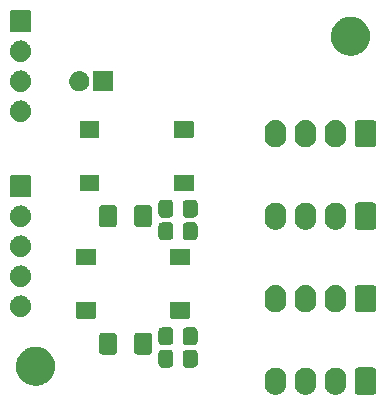
<source format=gbr>
G04 #@! TF.GenerationSoftware,KiCad,Pcbnew,(5.1.0-1195-gcea9cd417)*
G04 #@! TF.CreationDate,2019-08-04T23:05:19-07:00*
G04 #@! TF.ProjectId,URanger,5552616e-6765-4722-9e6b-696361645f70,n/c*
G04 #@! TF.SameCoordinates,Original*
G04 #@! TF.FileFunction,Soldermask,Bot*
G04 #@! TF.FilePolarity,Negative*
%FSLAX46Y46*%
G04 Gerber Fmt 4.6, Leading zero omitted, Abs format (unit mm)*
G04 Created by KiCad (PCBNEW (5.1.0-1195-gcea9cd417)) date 2019-08-04 23:05:19*
%MOMM*%
%LPD*%
G04 APERTURE LIST*
%ADD10C,0.100000*%
G04 APERTURE END LIST*
D10*
G36*
X116888697Y-89019000D02*
G01*
X116936801Y-89019000D01*
X116983858Y-89029002D01*
X117026088Y-89033441D01*
X117072870Y-89047922D01*
X117126172Y-89059252D01*
X117164276Y-89076217D01*
X117198633Y-89086852D01*
X117247458Y-89113252D01*
X117303037Y-89137997D01*
X117331589Y-89158741D01*
X117357512Y-89172758D01*
X117405342Y-89212327D01*
X117459664Y-89251794D01*
X117478975Y-89273241D01*
X117496679Y-89287887D01*
X117540109Y-89341137D01*
X117589209Y-89395668D01*
X117600418Y-89415083D01*
X117610835Y-89427855D01*
X117646277Y-89494513D01*
X117686010Y-89563332D01*
X117690946Y-89578524D01*
X117695631Y-89587335D01*
X117719554Y-89666571D01*
X117745836Y-89747459D01*
X117746829Y-89756909D01*
X117747837Y-89760247D01*
X117756970Y-89853392D01*
X117761000Y-89891735D01*
X117761000Y-90448266D01*
X117745836Y-90592541D01*
X117718895Y-90675459D01*
X117690625Y-90764576D01*
X117688947Y-90767628D01*
X117686010Y-90776668D01*
X117643487Y-90850320D01*
X117603610Y-90922856D01*
X117597193Y-90930504D01*
X117589209Y-90944332D01*
X117536048Y-91003373D01*
X117487512Y-91061216D01*
X117474667Y-91071544D01*
X117459664Y-91088206D01*
X117400297Y-91131338D01*
X117346749Y-91174392D01*
X117326386Y-91185037D01*
X117303035Y-91202003D01*
X117241688Y-91229316D01*
X117186678Y-91258075D01*
X117158407Y-91266396D01*
X117126171Y-91280748D01*
X117066668Y-91293396D01*
X117013418Y-91309068D01*
X116977599Y-91312328D01*
X116936800Y-91321000D01*
X116882310Y-91321000D01*
X116833535Y-91325439D01*
X116791303Y-91321000D01*
X116743199Y-91321000D01*
X116696142Y-91310998D01*
X116653912Y-91306559D01*
X116607130Y-91292078D01*
X116553828Y-91280748D01*
X116515724Y-91263783D01*
X116481367Y-91253148D01*
X116432542Y-91226748D01*
X116376963Y-91202003D01*
X116348411Y-91181259D01*
X116322488Y-91167242D01*
X116274658Y-91127673D01*
X116220336Y-91088206D01*
X116201025Y-91066759D01*
X116183321Y-91052113D01*
X116139891Y-90998863D01*
X116090791Y-90944332D01*
X116079582Y-90924918D01*
X116069165Y-90912145D01*
X116033719Y-90845480D01*
X115993990Y-90776667D01*
X115989055Y-90761478D01*
X115984369Y-90752665D01*
X115960441Y-90673414D01*
X115934164Y-90592540D01*
X115933171Y-90583091D01*
X115932163Y-90579753D01*
X115923030Y-90486604D01*
X115919000Y-90448265D01*
X115919000Y-89891734D01*
X115934164Y-89747459D01*
X115961120Y-89664496D01*
X115989377Y-89575420D01*
X115991053Y-89572372D01*
X115993990Y-89563332D01*
X116036499Y-89489706D01*
X116076388Y-89417147D01*
X116082809Y-89409495D01*
X116090792Y-89395668D01*
X116143950Y-89336630D01*
X116192489Y-89278784D01*
X116205334Y-89268456D01*
X116220337Y-89251794D01*
X116279709Y-89208658D01*
X116333256Y-89165605D01*
X116353616Y-89154961D01*
X116376965Y-89137997D01*
X116438301Y-89110689D01*
X116493318Y-89081926D01*
X116521594Y-89073604D01*
X116553829Y-89059252D01*
X116613331Y-89046604D01*
X116666582Y-89030932D01*
X116702401Y-89027672D01*
X116743200Y-89019000D01*
X116797690Y-89019000D01*
X116846465Y-89014561D01*
X116888697Y-89019000D01*
X116888697Y-89019000D01*
G37*
G36*
X119428697Y-89019000D02*
G01*
X119476801Y-89019000D01*
X119523858Y-89029002D01*
X119566088Y-89033441D01*
X119612870Y-89047922D01*
X119666172Y-89059252D01*
X119704276Y-89076217D01*
X119738633Y-89086852D01*
X119787458Y-89113252D01*
X119843037Y-89137997D01*
X119871589Y-89158741D01*
X119897512Y-89172758D01*
X119945342Y-89212327D01*
X119999664Y-89251794D01*
X120018975Y-89273241D01*
X120036679Y-89287887D01*
X120080109Y-89341137D01*
X120129209Y-89395668D01*
X120140418Y-89415083D01*
X120150835Y-89427855D01*
X120186277Y-89494513D01*
X120226010Y-89563332D01*
X120230946Y-89578524D01*
X120235631Y-89587335D01*
X120259554Y-89666571D01*
X120285836Y-89747459D01*
X120286829Y-89756909D01*
X120287837Y-89760247D01*
X120296970Y-89853392D01*
X120301000Y-89891735D01*
X120301000Y-90448266D01*
X120285836Y-90592541D01*
X120258895Y-90675459D01*
X120230625Y-90764576D01*
X120228947Y-90767628D01*
X120226010Y-90776668D01*
X120183487Y-90850320D01*
X120143610Y-90922856D01*
X120137193Y-90930504D01*
X120129209Y-90944332D01*
X120076048Y-91003373D01*
X120027512Y-91061216D01*
X120014667Y-91071544D01*
X119999664Y-91088206D01*
X119940297Y-91131338D01*
X119886749Y-91174392D01*
X119866386Y-91185037D01*
X119843035Y-91202003D01*
X119781688Y-91229316D01*
X119726678Y-91258075D01*
X119698407Y-91266396D01*
X119666171Y-91280748D01*
X119606668Y-91293396D01*
X119553418Y-91309068D01*
X119517599Y-91312328D01*
X119476800Y-91321000D01*
X119422310Y-91321000D01*
X119373535Y-91325439D01*
X119331303Y-91321000D01*
X119283199Y-91321000D01*
X119236142Y-91310998D01*
X119193912Y-91306559D01*
X119147130Y-91292078D01*
X119093828Y-91280748D01*
X119055724Y-91263783D01*
X119021367Y-91253148D01*
X118972542Y-91226748D01*
X118916963Y-91202003D01*
X118888411Y-91181259D01*
X118862488Y-91167242D01*
X118814658Y-91127673D01*
X118760336Y-91088206D01*
X118741025Y-91066759D01*
X118723321Y-91052113D01*
X118679891Y-90998863D01*
X118630791Y-90944332D01*
X118619582Y-90924918D01*
X118609165Y-90912145D01*
X118573719Y-90845480D01*
X118533990Y-90776667D01*
X118529055Y-90761478D01*
X118524369Y-90752665D01*
X118500441Y-90673414D01*
X118474164Y-90592540D01*
X118473171Y-90583091D01*
X118472163Y-90579753D01*
X118463030Y-90486604D01*
X118459000Y-90448265D01*
X118459000Y-89891734D01*
X118474164Y-89747459D01*
X118501120Y-89664496D01*
X118529377Y-89575420D01*
X118531053Y-89572372D01*
X118533990Y-89563332D01*
X118576499Y-89489706D01*
X118616388Y-89417147D01*
X118622809Y-89409495D01*
X118630792Y-89395668D01*
X118683950Y-89336630D01*
X118732489Y-89278784D01*
X118745334Y-89268456D01*
X118760337Y-89251794D01*
X118819709Y-89208658D01*
X118873256Y-89165605D01*
X118893616Y-89154961D01*
X118916965Y-89137997D01*
X118978301Y-89110689D01*
X119033318Y-89081926D01*
X119061594Y-89073604D01*
X119093829Y-89059252D01*
X119153331Y-89046604D01*
X119206582Y-89030932D01*
X119242401Y-89027672D01*
X119283200Y-89019000D01*
X119337690Y-89019000D01*
X119386465Y-89014561D01*
X119428697Y-89019000D01*
X119428697Y-89019000D01*
G37*
G36*
X121968697Y-89019000D02*
G01*
X122016801Y-89019000D01*
X122063858Y-89029002D01*
X122106088Y-89033441D01*
X122152870Y-89047922D01*
X122206172Y-89059252D01*
X122244276Y-89076217D01*
X122278633Y-89086852D01*
X122327458Y-89113252D01*
X122383037Y-89137997D01*
X122411589Y-89158741D01*
X122437512Y-89172758D01*
X122485342Y-89212327D01*
X122539664Y-89251794D01*
X122558975Y-89273241D01*
X122576679Y-89287887D01*
X122620109Y-89341137D01*
X122669209Y-89395668D01*
X122680418Y-89415083D01*
X122690835Y-89427855D01*
X122726277Y-89494513D01*
X122766010Y-89563332D01*
X122770946Y-89578524D01*
X122775631Y-89587335D01*
X122799554Y-89666571D01*
X122825836Y-89747459D01*
X122826829Y-89756909D01*
X122827837Y-89760247D01*
X122836970Y-89853392D01*
X122841000Y-89891735D01*
X122841000Y-90448266D01*
X122825836Y-90592541D01*
X122798895Y-90675459D01*
X122770625Y-90764576D01*
X122768947Y-90767628D01*
X122766010Y-90776668D01*
X122723487Y-90850320D01*
X122683610Y-90922856D01*
X122677193Y-90930504D01*
X122669209Y-90944332D01*
X122616048Y-91003373D01*
X122567512Y-91061216D01*
X122554667Y-91071544D01*
X122539664Y-91088206D01*
X122480297Y-91131338D01*
X122426749Y-91174392D01*
X122406386Y-91185037D01*
X122383035Y-91202003D01*
X122321688Y-91229316D01*
X122266678Y-91258075D01*
X122238407Y-91266396D01*
X122206171Y-91280748D01*
X122146668Y-91293396D01*
X122093418Y-91309068D01*
X122057599Y-91312328D01*
X122016800Y-91321000D01*
X121962310Y-91321000D01*
X121913535Y-91325439D01*
X121871303Y-91321000D01*
X121823199Y-91321000D01*
X121776142Y-91310998D01*
X121733912Y-91306559D01*
X121687130Y-91292078D01*
X121633828Y-91280748D01*
X121595724Y-91263783D01*
X121561367Y-91253148D01*
X121512542Y-91226748D01*
X121456963Y-91202003D01*
X121428411Y-91181259D01*
X121402488Y-91167242D01*
X121354658Y-91127673D01*
X121300336Y-91088206D01*
X121281025Y-91066759D01*
X121263321Y-91052113D01*
X121219891Y-90998863D01*
X121170791Y-90944332D01*
X121159582Y-90924918D01*
X121149165Y-90912145D01*
X121113719Y-90845480D01*
X121073990Y-90776667D01*
X121069055Y-90761478D01*
X121064369Y-90752665D01*
X121040441Y-90673414D01*
X121014164Y-90592540D01*
X121013171Y-90583091D01*
X121012163Y-90579753D01*
X121003030Y-90486604D01*
X120999000Y-90448265D01*
X120999000Y-89891734D01*
X121014164Y-89747459D01*
X121041120Y-89664496D01*
X121069377Y-89575420D01*
X121071053Y-89572372D01*
X121073990Y-89563332D01*
X121116499Y-89489706D01*
X121156388Y-89417147D01*
X121162809Y-89409495D01*
X121170792Y-89395668D01*
X121223950Y-89336630D01*
X121272489Y-89278784D01*
X121285334Y-89268456D01*
X121300337Y-89251794D01*
X121359709Y-89208658D01*
X121413256Y-89165605D01*
X121433616Y-89154961D01*
X121456965Y-89137997D01*
X121518301Y-89110689D01*
X121573318Y-89081926D01*
X121601594Y-89073604D01*
X121633829Y-89059252D01*
X121693331Y-89046604D01*
X121746582Y-89030932D01*
X121782401Y-89027672D01*
X121823200Y-89019000D01*
X121877690Y-89019000D01*
X121926465Y-89014561D01*
X121968697Y-89019000D01*
X121968697Y-89019000D01*
G37*
G36*
X125166756Y-89031764D02*
G01*
X125178227Y-89037288D01*
X125186287Y-89038795D01*
X125203547Y-89049482D01*
X125248638Y-89071197D01*
X125268738Y-89089847D01*
X125281964Y-89098036D01*
X125292265Y-89111676D01*
X125315264Y-89133016D01*
X125337614Y-89171727D01*
X125349781Y-89187839D01*
X125351751Y-89196213D01*
X125359506Y-89209646D01*
X125378419Y-89309601D01*
X125381883Y-89324330D01*
X125381883Y-89327909D01*
X125383194Y-89334838D01*
X125383194Y-91007517D01*
X125368236Y-91106756D01*
X125362712Y-91118227D01*
X125361205Y-91126287D01*
X125350518Y-91143547D01*
X125328803Y-91188638D01*
X125310153Y-91208738D01*
X125301964Y-91221964D01*
X125288324Y-91232265D01*
X125266984Y-91255264D01*
X125228273Y-91277614D01*
X125212161Y-91289781D01*
X125203787Y-91291751D01*
X125190354Y-91299506D01*
X125090399Y-91318419D01*
X125075670Y-91321883D01*
X125072091Y-91321883D01*
X125065162Y-91323194D01*
X123852483Y-91323194D01*
X123753244Y-91308236D01*
X123741773Y-91302712D01*
X123733713Y-91301205D01*
X123716453Y-91290518D01*
X123671362Y-91268803D01*
X123651262Y-91250153D01*
X123638036Y-91241964D01*
X123627735Y-91228324D01*
X123604736Y-91206984D01*
X123582386Y-91168273D01*
X123570219Y-91152161D01*
X123568249Y-91143787D01*
X123560494Y-91130354D01*
X123541581Y-91030399D01*
X123538117Y-91015670D01*
X123538117Y-91012091D01*
X123536806Y-91005162D01*
X123536806Y-89332483D01*
X123551764Y-89233244D01*
X123557288Y-89221773D01*
X123558795Y-89213713D01*
X123569482Y-89196453D01*
X123591197Y-89151362D01*
X123609847Y-89131262D01*
X123618036Y-89118036D01*
X123631676Y-89107735D01*
X123653016Y-89084736D01*
X123691727Y-89062386D01*
X123707839Y-89050219D01*
X123716213Y-89048249D01*
X123729646Y-89040494D01*
X123829601Y-89021581D01*
X123844330Y-89018117D01*
X123847909Y-89018117D01*
X123854838Y-89016806D01*
X125067517Y-89016806D01*
X125166756Y-89031764D01*
X125166756Y-89031764D01*
G37*
G36*
X96593730Y-87249000D02*
G01*
X96649937Y-87249000D01*
X96720874Y-87260235D01*
X96787558Y-87266128D01*
X96844072Y-87279748D01*
X96906610Y-87289653D01*
X96968179Y-87309658D01*
X97026121Y-87323622D01*
X97086809Y-87348203D01*
X97153764Y-87369958D01*
X97205106Y-87396118D01*
X97253565Y-87415746D01*
X97316309Y-87452779D01*
X97385312Y-87487938D01*
X97426161Y-87517616D01*
X97464891Y-87540476D01*
X97527232Y-87591049D01*
X97595554Y-87640688D01*
X97626207Y-87671341D01*
X97655465Y-87695076D01*
X97714718Y-87759852D01*
X97779312Y-87824446D01*
X97800574Y-87853711D01*
X97821091Y-87876140D01*
X97874400Y-87955323D01*
X97932062Y-88034688D01*
X97945230Y-88060531D01*
X97958137Y-88079703D01*
X98002562Y-88173052D01*
X98050042Y-88266236D01*
X98056784Y-88286987D01*
X98063587Y-88301281D01*
X98096245Y-88408436D01*
X98130347Y-88513390D01*
X98132634Y-88527830D01*
X98135129Y-88536016D01*
X98153244Y-88657955D01*
X98171000Y-88770063D01*
X98171000Y-89029937D01*
X98162684Y-89082440D01*
X98161885Y-89111983D01*
X98144640Y-89196367D01*
X98130347Y-89286610D01*
X98119164Y-89321027D01*
X98113080Y-89350799D01*
X98080365Y-89440439D01*
X98050042Y-89533764D01*
X98036872Y-89559612D01*
X98028950Y-89581318D01*
X97979540Y-89672131D01*
X97932062Y-89765312D01*
X97919241Y-89782959D01*
X97911672Y-89796870D01*
X97844158Y-89886301D01*
X97779312Y-89975554D01*
X97768976Y-89985890D01*
X97763819Y-89992721D01*
X97675782Y-90079084D01*
X97595554Y-90159312D01*
X97589558Y-90163668D01*
X97588640Y-90164569D01*
X97413110Y-90291866D01*
X97385312Y-90312062D01*
X97284629Y-90363363D01*
X97172223Y-90421753D01*
X97165505Y-90424060D01*
X97153764Y-90430042D01*
X97047902Y-90464439D01*
X96940133Y-90501441D01*
X96925994Y-90504049D01*
X96906610Y-90510347D01*
X96802080Y-90526903D01*
X96698808Y-90545950D01*
X96677170Y-90546687D01*
X96649937Y-90551000D01*
X96550480Y-90551000D01*
X96453553Y-90554300D01*
X96424812Y-90551000D01*
X96390063Y-90551000D01*
X96298482Y-90536495D01*
X96209768Y-90526309D01*
X96174791Y-90516904D01*
X96133390Y-90510347D01*
X96051749Y-90483820D01*
X95972788Y-90462589D01*
X95932903Y-90445205D01*
X95886236Y-90430042D01*
X95815965Y-90394237D01*
X95747832Y-90364541D01*
X95704765Y-90337578D01*
X95654688Y-90312062D01*
X95596590Y-90269851D01*
X95539843Y-90234323D01*
X95495667Y-90196526D01*
X95444446Y-90159312D01*
X95398671Y-90113537D01*
X95353382Y-90074788D01*
X95310465Y-90025331D01*
X95260688Y-89975554D01*
X95226823Y-89928943D01*
X95192556Y-89889454D01*
X95153461Y-89827969D01*
X95107938Y-89765312D01*
X95085015Y-89720323D01*
X95060884Y-89682372D01*
X95028299Y-89609012D01*
X94989958Y-89533764D01*
X94976561Y-89492533D01*
X94961269Y-89458105D01*
X94937885Y-89373501D01*
X94909653Y-89286610D01*
X94903993Y-89250874D01*
X94895897Y-89221582D01*
X94884348Y-89126843D01*
X94869000Y-89029937D01*
X94869000Y-89000932D01*
X94866203Y-88977987D01*
X94869000Y-88874628D01*
X94869000Y-88770063D01*
X94872413Y-88748516D01*
X94872841Y-88732689D01*
X94892390Y-88622382D01*
X94909653Y-88513390D01*
X94914171Y-88499485D01*
X94915664Y-88491061D01*
X94954876Y-88374207D01*
X94989958Y-88266236D01*
X94993325Y-88259628D01*
X94993732Y-88258415D01*
X95091710Y-88066538D01*
X95107938Y-88034688D01*
X95174366Y-87943258D01*
X95248002Y-87840214D01*
X95252942Y-87835107D01*
X95260688Y-87824446D01*
X95339390Y-87745744D01*
X95418621Y-87663841D01*
X95430037Y-87655097D01*
X95444446Y-87640688D01*
X95530048Y-87578494D01*
X95613440Y-87514621D01*
X95632390Y-87504139D01*
X95654688Y-87487938D01*
X95743279Y-87442798D01*
X95828164Y-87395843D01*
X95855275Y-87385734D01*
X95886236Y-87369958D01*
X95974418Y-87341306D01*
X96058091Y-87310105D01*
X96093527Y-87302605D01*
X96133390Y-87289653D01*
X96218177Y-87276224D01*
X96298171Y-87259294D01*
X96341600Y-87256676D01*
X96390063Y-87249000D01*
X96468917Y-87249000D01*
X96543111Y-87244527D01*
X96593730Y-87249000D01*
X96593730Y-87249000D01*
G37*
G36*
X110021756Y-87526764D02*
G01*
X110033227Y-87532288D01*
X110041287Y-87533795D01*
X110058547Y-87544482D01*
X110103638Y-87566197D01*
X110123738Y-87584847D01*
X110136964Y-87593036D01*
X110147265Y-87606676D01*
X110170264Y-87628016D01*
X110192614Y-87666727D01*
X110204781Y-87682839D01*
X110206751Y-87691213D01*
X110214506Y-87704646D01*
X110233419Y-87804601D01*
X110236883Y-87819330D01*
X110236883Y-87822909D01*
X110238194Y-87829838D01*
X110238194Y-88702517D01*
X110223236Y-88801756D01*
X110217712Y-88813227D01*
X110216205Y-88821287D01*
X110205518Y-88838547D01*
X110183803Y-88883638D01*
X110165153Y-88903738D01*
X110156964Y-88916964D01*
X110143324Y-88927265D01*
X110121984Y-88950264D01*
X110083273Y-88972614D01*
X110067161Y-88984781D01*
X110058787Y-88986751D01*
X110045354Y-88994506D01*
X109945399Y-89013419D01*
X109930670Y-89016883D01*
X109927091Y-89016883D01*
X109920162Y-89018194D01*
X109297483Y-89018194D01*
X109198244Y-89003236D01*
X109186773Y-88997712D01*
X109178713Y-88996205D01*
X109161453Y-88985518D01*
X109116362Y-88963803D01*
X109096262Y-88945153D01*
X109083036Y-88936964D01*
X109072735Y-88923324D01*
X109049736Y-88901984D01*
X109027386Y-88863273D01*
X109015219Y-88847161D01*
X109013249Y-88838787D01*
X109005494Y-88825354D01*
X108986581Y-88725399D01*
X108983117Y-88710670D01*
X108983117Y-88707091D01*
X108981806Y-88700162D01*
X108981806Y-87827483D01*
X108996764Y-87728244D01*
X109002288Y-87716773D01*
X109003795Y-87708713D01*
X109014482Y-87691453D01*
X109036197Y-87646362D01*
X109054847Y-87626262D01*
X109063036Y-87613036D01*
X109076676Y-87602735D01*
X109098016Y-87579736D01*
X109136727Y-87557386D01*
X109152839Y-87545219D01*
X109161213Y-87543249D01*
X109174646Y-87535494D01*
X109274601Y-87516581D01*
X109289330Y-87513117D01*
X109292909Y-87513117D01*
X109299838Y-87511806D01*
X109922517Y-87511806D01*
X110021756Y-87526764D01*
X110021756Y-87526764D01*
G37*
G36*
X107971756Y-87526764D02*
G01*
X107983227Y-87532288D01*
X107991287Y-87533795D01*
X108008547Y-87544482D01*
X108053638Y-87566197D01*
X108073738Y-87584847D01*
X108086964Y-87593036D01*
X108097265Y-87606676D01*
X108120264Y-87628016D01*
X108142614Y-87666727D01*
X108154781Y-87682839D01*
X108156751Y-87691213D01*
X108164506Y-87704646D01*
X108183419Y-87804601D01*
X108186883Y-87819330D01*
X108186883Y-87822909D01*
X108188194Y-87829838D01*
X108188194Y-88702517D01*
X108173236Y-88801756D01*
X108167712Y-88813227D01*
X108166205Y-88821287D01*
X108155518Y-88838547D01*
X108133803Y-88883638D01*
X108115153Y-88903738D01*
X108106964Y-88916964D01*
X108093324Y-88927265D01*
X108071984Y-88950264D01*
X108033273Y-88972614D01*
X108017161Y-88984781D01*
X108008787Y-88986751D01*
X107995354Y-88994506D01*
X107895399Y-89013419D01*
X107880670Y-89016883D01*
X107877091Y-89016883D01*
X107870162Y-89018194D01*
X107247483Y-89018194D01*
X107148244Y-89003236D01*
X107136773Y-88997712D01*
X107128713Y-88996205D01*
X107111453Y-88985518D01*
X107066362Y-88963803D01*
X107046262Y-88945153D01*
X107033036Y-88936964D01*
X107022735Y-88923324D01*
X106999736Y-88901984D01*
X106977386Y-88863273D01*
X106965219Y-88847161D01*
X106963249Y-88838787D01*
X106955494Y-88825354D01*
X106936581Y-88725399D01*
X106933117Y-88710670D01*
X106933117Y-88707091D01*
X106931806Y-88700162D01*
X106931806Y-87827483D01*
X106946764Y-87728244D01*
X106952288Y-87716773D01*
X106953795Y-87708713D01*
X106964482Y-87691453D01*
X106986197Y-87646362D01*
X107004847Y-87626262D01*
X107013036Y-87613036D01*
X107026676Y-87602735D01*
X107048016Y-87579736D01*
X107086727Y-87557386D01*
X107102839Y-87545219D01*
X107111213Y-87543249D01*
X107124646Y-87535494D01*
X107224601Y-87516581D01*
X107239330Y-87513117D01*
X107242909Y-87513117D01*
X107249838Y-87511806D01*
X107872517Y-87511806D01*
X107971756Y-87526764D01*
X107971756Y-87526764D01*
G37*
G36*
X106176756Y-86081764D02*
G01*
X106188228Y-86087289D01*
X106196286Y-86088795D01*
X106213543Y-86099480D01*
X106258638Y-86121197D01*
X106278738Y-86139847D01*
X106291964Y-86148036D01*
X106302264Y-86161676D01*
X106325265Y-86183017D01*
X106347617Y-86221732D01*
X106359781Y-86237840D01*
X106361750Y-86246212D01*
X106369506Y-86259646D01*
X106388419Y-86359603D01*
X106391883Y-86374331D01*
X106391883Y-86377910D01*
X106393194Y-86384839D01*
X106393194Y-87607516D01*
X106378236Y-87706756D01*
X106372711Y-87718228D01*
X106371205Y-87726286D01*
X106360520Y-87743543D01*
X106338803Y-87788638D01*
X106320153Y-87808738D01*
X106311964Y-87821964D01*
X106298324Y-87832264D01*
X106276983Y-87855265D01*
X106238268Y-87877617D01*
X106222160Y-87889781D01*
X106213788Y-87891750D01*
X106200354Y-87899506D01*
X106100397Y-87918419D01*
X106085669Y-87921883D01*
X106082090Y-87921883D01*
X106075161Y-87923194D01*
X105177484Y-87923194D01*
X105078244Y-87908236D01*
X105066772Y-87902711D01*
X105058714Y-87901205D01*
X105041457Y-87890520D01*
X104996362Y-87868803D01*
X104976262Y-87850153D01*
X104963036Y-87841964D01*
X104952736Y-87828324D01*
X104929735Y-87806983D01*
X104907383Y-87768268D01*
X104895219Y-87752160D01*
X104893250Y-87743788D01*
X104885494Y-87730354D01*
X104866581Y-87630397D01*
X104863117Y-87615669D01*
X104863117Y-87612090D01*
X104861806Y-87605161D01*
X104861806Y-86382484D01*
X104876764Y-86283244D01*
X104882289Y-86271772D01*
X104883795Y-86263714D01*
X104894480Y-86246457D01*
X104916197Y-86201362D01*
X104934847Y-86181262D01*
X104943036Y-86168036D01*
X104956676Y-86157736D01*
X104978017Y-86134735D01*
X105016732Y-86112383D01*
X105032840Y-86100219D01*
X105041212Y-86098250D01*
X105054646Y-86090494D01*
X105154603Y-86071581D01*
X105169331Y-86068117D01*
X105172910Y-86068117D01*
X105179839Y-86066806D01*
X106077516Y-86066806D01*
X106176756Y-86081764D01*
X106176756Y-86081764D01*
G37*
G36*
X103201756Y-86081764D02*
G01*
X103213228Y-86087289D01*
X103221286Y-86088795D01*
X103238543Y-86099480D01*
X103283638Y-86121197D01*
X103303738Y-86139847D01*
X103316964Y-86148036D01*
X103327264Y-86161676D01*
X103350265Y-86183017D01*
X103372617Y-86221732D01*
X103384781Y-86237840D01*
X103386750Y-86246212D01*
X103394506Y-86259646D01*
X103413419Y-86359603D01*
X103416883Y-86374331D01*
X103416883Y-86377910D01*
X103418194Y-86384839D01*
X103418194Y-87607516D01*
X103403236Y-87706756D01*
X103397711Y-87718228D01*
X103396205Y-87726286D01*
X103385520Y-87743543D01*
X103363803Y-87788638D01*
X103345153Y-87808738D01*
X103336964Y-87821964D01*
X103323324Y-87832264D01*
X103301983Y-87855265D01*
X103263268Y-87877617D01*
X103247160Y-87889781D01*
X103238788Y-87891750D01*
X103225354Y-87899506D01*
X103125397Y-87918419D01*
X103110669Y-87921883D01*
X103107090Y-87921883D01*
X103100161Y-87923194D01*
X102202484Y-87923194D01*
X102103244Y-87908236D01*
X102091772Y-87902711D01*
X102083714Y-87901205D01*
X102066457Y-87890520D01*
X102021362Y-87868803D01*
X102001262Y-87850153D01*
X101988036Y-87841964D01*
X101977736Y-87828324D01*
X101954735Y-87806983D01*
X101932383Y-87768268D01*
X101920219Y-87752160D01*
X101918250Y-87743788D01*
X101910494Y-87730354D01*
X101891581Y-87630397D01*
X101888117Y-87615669D01*
X101888117Y-87612090D01*
X101886806Y-87605161D01*
X101886806Y-86382484D01*
X101901764Y-86283244D01*
X101907289Y-86271772D01*
X101908795Y-86263714D01*
X101919480Y-86246457D01*
X101941197Y-86201362D01*
X101959847Y-86181262D01*
X101968036Y-86168036D01*
X101981676Y-86157736D01*
X102003017Y-86134735D01*
X102041732Y-86112383D01*
X102057840Y-86100219D01*
X102066212Y-86098250D01*
X102079646Y-86090494D01*
X102179603Y-86071581D01*
X102194331Y-86068117D01*
X102197910Y-86068117D01*
X102204839Y-86066806D01*
X103102516Y-86066806D01*
X103201756Y-86081764D01*
X103201756Y-86081764D01*
G37*
G36*
X107971756Y-85621764D02*
G01*
X107983227Y-85627288D01*
X107991287Y-85628795D01*
X108008547Y-85639482D01*
X108053638Y-85661197D01*
X108073738Y-85679847D01*
X108086964Y-85688036D01*
X108097265Y-85701676D01*
X108120264Y-85723016D01*
X108142614Y-85761727D01*
X108154781Y-85777839D01*
X108156751Y-85786213D01*
X108164506Y-85799646D01*
X108183419Y-85899601D01*
X108186883Y-85914330D01*
X108186883Y-85917909D01*
X108188194Y-85924838D01*
X108188194Y-86797517D01*
X108173236Y-86896756D01*
X108167712Y-86908227D01*
X108166205Y-86916287D01*
X108155518Y-86933547D01*
X108133803Y-86978638D01*
X108115153Y-86998738D01*
X108106964Y-87011964D01*
X108093324Y-87022265D01*
X108071984Y-87045264D01*
X108033273Y-87067614D01*
X108017161Y-87079781D01*
X108008787Y-87081751D01*
X107995354Y-87089506D01*
X107895399Y-87108419D01*
X107880670Y-87111883D01*
X107877091Y-87111883D01*
X107870162Y-87113194D01*
X107247483Y-87113194D01*
X107148244Y-87098236D01*
X107136773Y-87092712D01*
X107128713Y-87091205D01*
X107111453Y-87080518D01*
X107066362Y-87058803D01*
X107046262Y-87040153D01*
X107033036Y-87031964D01*
X107022735Y-87018324D01*
X106999736Y-86996984D01*
X106977386Y-86958273D01*
X106965219Y-86942161D01*
X106963249Y-86933787D01*
X106955494Y-86920354D01*
X106936581Y-86820399D01*
X106933117Y-86805670D01*
X106933117Y-86802091D01*
X106931806Y-86795162D01*
X106931806Y-85922483D01*
X106946764Y-85823244D01*
X106952288Y-85811773D01*
X106953795Y-85803713D01*
X106964482Y-85786453D01*
X106986197Y-85741362D01*
X107004847Y-85721262D01*
X107013036Y-85708036D01*
X107026676Y-85697735D01*
X107048016Y-85674736D01*
X107086727Y-85652386D01*
X107102839Y-85640219D01*
X107111213Y-85638249D01*
X107124646Y-85630494D01*
X107224601Y-85611581D01*
X107239330Y-85608117D01*
X107242909Y-85608117D01*
X107249838Y-85606806D01*
X107872517Y-85606806D01*
X107971756Y-85621764D01*
X107971756Y-85621764D01*
G37*
G36*
X110021756Y-85621764D02*
G01*
X110033227Y-85627288D01*
X110041287Y-85628795D01*
X110058547Y-85639482D01*
X110103638Y-85661197D01*
X110123738Y-85679847D01*
X110136964Y-85688036D01*
X110147265Y-85701676D01*
X110170264Y-85723016D01*
X110192614Y-85761727D01*
X110204781Y-85777839D01*
X110206751Y-85786213D01*
X110214506Y-85799646D01*
X110233419Y-85899601D01*
X110236883Y-85914330D01*
X110236883Y-85917909D01*
X110238194Y-85924838D01*
X110238194Y-86797517D01*
X110223236Y-86896756D01*
X110217712Y-86908227D01*
X110216205Y-86916287D01*
X110205518Y-86933547D01*
X110183803Y-86978638D01*
X110165153Y-86998738D01*
X110156964Y-87011964D01*
X110143324Y-87022265D01*
X110121984Y-87045264D01*
X110083273Y-87067614D01*
X110067161Y-87079781D01*
X110058787Y-87081751D01*
X110045354Y-87089506D01*
X109945399Y-87108419D01*
X109930670Y-87111883D01*
X109927091Y-87111883D01*
X109920162Y-87113194D01*
X109297483Y-87113194D01*
X109198244Y-87098236D01*
X109186773Y-87092712D01*
X109178713Y-87091205D01*
X109161453Y-87080518D01*
X109116362Y-87058803D01*
X109096262Y-87040153D01*
X109083036Y-87031964D01*
X109072735Y-87018324D01*
X109049736Y-86996984D01*
X109027386Y-86958273D01*
X109015219Y-86942161D01*
X109013249Y-86933787D01*
X109005494Y-86920354D01*
X108986581Y-86820399D01*
X108983117Y-86805670D01*
X108983117Y-86802091D01*
X108981806Y-86795162D01*
X108981806Y-85922483D01*
X108996764Y-85823244D01*
X109002288Y-85811773D01*
X109003795Y-85803713D01*
X109014482Y-85786453D01*
X109036197Y-85741362D01*
X109054847Y-85721262D01*
X109063036Y-85708036D01*
X109076676Y-85697735D01*
X109098016Y-85674736D01*
X109136727Y-85652386D01*
X109152839Y-85640219D01*
X109161213Y-85638249D01*
X109174646Y-85630494D01*
X109274601Y-85611581D01*
X109289330Y-85608117D01*
X109292909Y-85608117D01*
X109299838Y-85606806D01*
X109922517Y-85606806D01*
X110021756Y-85621764D01*
X110021756Y-85621764D01*
G37*
G36*
X109549899Y-83466959D02*
G01*
X109566769Y-83478231D01*
X109578041Y-83495101D01*
X109584448Y-83527312D01*
X109584448Y-84802688D01*
X109581999Y-84815000D01*
X109578041Y-84834899D01*
X109566769Y-84851769D01*
X109549899Y-84863041D01*
X109530000Y-84866999D01*
X109517688Y-84869448D01*
X107992312Y-84869448D01*
X107960101Y-84863041D01*
X107943231Y-84851769D01*
X107931959Y-84834899D01*
X107925552Y-84802688D01*
X107925552Y-83527312D01*
X107931959Y-83495101D01*
X107943231Y-83478231D01*
X107960101Y-83466959D01*
X107992312Y-83460552D01*
X109517688Y-83460552D01*
X109549899Y-83466959D01*
X109549899Y-83466959D01*
G37*
G36*
X101589899Y-83466959D02*
G01*
X101606769Y-83478231D01*
X101618041Y-83495101D01*
X101624448Y-83527312D01*
X101624448Y-84802688D01*
X101621999Y-84815000D01*
X101618041Y-84834899D01*
X101606769Y-84851769D01*
X101589899Y-84863041D01*
X101570000Y-84866999D01*
X101557688Y-84869448D01*
X100032312Y-84869448D01*
X100000101Y-84863041D01*
X99983231Y-84851769D01*
X99971959Y-84834899D01*
X99965552Y-84802688D01*
X99965552Y-83527312D01*
X99971959Y-83495101D01*
X99983231Y-83478231D01*
X100000101Y-83466959D01*
X100032312Y-83460552D01*
X101557688Y-83460552D01*
X101589899Y-83466959D01*
X101589899Y-83466959D01*
G37*
G36*
X95438360Y-82933835D02*
G01*
X95519397Y-82960166D01*
X95606663Y-82987848D01*
X95609655Y-82989493D01*
X95618488Y-82992363D01*
X95690466Y-83033919D01*
X95761499Y-83072970D01*
X95768986Y-83079253D01*
X95782511Y-83087061D01*
X95840259Y-83139057D01*
X95896857Y-83186549D01*
X95906962Y-83199118D01*
X95923261Y-83213793D01*
X95965454Y-83271867D01*
X96007579Y-83324260D01*
X96017994Y-83344182D01*
X96034586Y-83367019D01*
X96061297Y-83427012D01*
X96089439Y-83480843D01*
X96097582Y-83508510D01*
X96111621Y-83540042D01*
X96123992Y-83598241D01*
X96139328Y-83650349D01*
X96142518Y-83685401D01*
X96150999Y-83725301D01*
X96150999Y-83778592D01*
X96155343Y-83826324D01*
X96150999Y-83867653D01*
X96150999Y-83914699D01*
X96141217Y-83960721D01*
X96136873Y-84002047D01*
X96122702Y-84047827D01*
X96111621Y-84099958D01*
X96095028Y-84137226D01*
X96084622Y-84170843D01*
X96058789Y-84218620D01*
X96034586Y-84272981D01*
X96014298Y-84300905D01*
X96000580Y-84326276D01*
X95961859Y-84373082D01*
X95923261Y-84426207D01*
X95902284Y-84445095D01*
X95887952Y-84462419D01*
X95835845Y-84504917D01*
X95782511Y-84552939D01*
X95763524Y-84563901D01*
X95751025Y-84574095D01*
X95685780Y-84608786D01*
X95618488Y-84647637D01*
X95603636Y-84652463D01*
X95595003Y-84657053D01*
X95517430Y-84680473D01*
X95438360Y-84706165D01*
X95429114Y-84707137D01*
X95425851Y-84708122D01*
X95334710Y-84717059D01*
X95297211Y-84721000D01*
X95202789Y-84721000D01*
X95061640Y-84706165D01*
X94980603Y-84679834D01*
X94893337Y-84652152D01*
X94890345Y-84650507D01*
X94881512Y-84647637D01*
X94809534Y-84606081D01*
X94738501Y-84567030D01*
X94731014Y-84560747D01*
X94717489Y-84552939D01*
X94659741Y-84500943D01*
X94603143Y-84453451D01*
X94593038Y-84440882D01*
X94576739Y-84426207D01*
X94534546Y-84368133D01*
X94492421Y-84315740D01*
X94482006Y-84295818D01*
X94465414Y-84272981D01*
X94438703Y-84212988D01*
X94410561Y-84159157D01*
X94402418Y-84131490D01*
X94388379Y-84099958D01*
X94376008Y-84041759D01*
X94360672Y-83989651D01*
X94357482Y-83954599D01*
X94349001Y-83914699D01*
X94349001Y-83861408D01*
X94344657Y-83813676D01*
X94349001Y-83772347D01*
X94349001Y-83725301D01*
X94358783Y-83679279D01*
X94363127Y-83637953D01*
X94377298Y-83592173D01*
X94388379Y-83540042D01*
X94404972Y-83502774D01*
X94415378Y-83469157D01*
X94441211Y-83421380D01*
X94465414Y-83367019D01*
X94485702Y-83339095D01*
X94499420Y-83313724D01*
X94538141Y-83266918D01*
X94576739Y-83213793D01*
X94597716Y-83194905D01*
X94612048Y-83177581D01*
X94664155Y-83135083D01*
X94717489Y-83087061D01*
X94736476Y-83076099D01*
X94748975Y-83065905D01*
X94814220Y-83031214D01*
X94881512Y-82992363D01*
X94896364Y-82987537D01*
X94904997Y-82982947D01*
X94982570Y-82959527D01*
X95061640Y-82933835D01*
X95070886Y-82932863D01*
X95074149Y-82931878D01*
X95165290Y-82922941D01*
X95202789Y-82919000D01*
X95297211Y-82919000D01*
X95438360Y-82933835D01*
X95438360Y-82933835D01*
G37*
G36*
X116888697Y-82034000D02*
G01*
X116936801Y-82034000D01*
X116983858Y-82044002D01*
X117026088Y-82048441D01*
X117072870Y-82062922D01*
X117126172Y-82074252D01*
X117164276Y-82091217D01*
X117198633Y-82101852D01*
X117247458Y-82128252D01*
X117303037Y-82152997D01*
X117331589Y-82173741D01*
X117357512Y-82187758D01*
X117405342Y-82227327D01*
X117459664Y-82266794D01*
X117478975Y-82288241D01*
X117496679Y-82302887D01*
X117540109Y-82356137D01*
X117589209Y-82410668D01*
X117600418Y-82430083D01*
X117610835Y-82442855D01*
X117646277Y-82509513D01*
X117686010Y-82578332D01*
X117690946Y-82593524D01*
X117695631Y-82602335D01*
X117719554Y-82681571D01*
X117745836Y-82762459D01*
X117746829Y-82771909D01*
X117747837Y-82775247D01*
X117756970Y-82868392D01*
X117761000Y-82906735D01*
X117761000Y-83463266D01*
X117745836Y-83607541D01*
X117718895Y-83690459D01*
X117690625Y-83779576D01*
X117688947Y-83782628D01*
X117686010Y-83791668D01*
X117643487Y-83865320D01*
X117603610Y-83937856D01*
X117597193Y-83945504D01*
X117589209Y-83959332D01*
X117536048Y-84018373D01*
X117487512Y-84076216D01*
X117474667Y-84086544D01*
X117459664Y-84103206D01*
X117400297Y-84146338D01*
X117346749Y-84189392D01*
X117326386Y-84200037D01*
X117303035Y-84217003D01*
X117241688Y-84244316D01*
X117186678Y-84273075D01*
X117158407Y-84281396D01*
X117126171Y-84295748D01*
X117066668Y-84308396D01*
X117013418Y-84324068D01*
X116977599Y-84327328D01*
X116936800Y-84336000D01*
X116882310Y-84336000D01*
X116833535Y-84340439D01*
X116791303Y-84336000D01*
X116743199Y-84336000D01*
X116696142Y-84325998D01*
X116653912Y-84321559D01*
X116607130Y-84307078D01*
X116553828Y-84295748D01*
X116515724Y-84278783D01*
X116481367Y-84268148D01*
X116432542Y-84241748D01*
X116376963Y-84217003D01*
X116348411Y-84196259D01*
X116322488Y-84182242D01*
X116274658Y-84142673D01*
X116220336Y-84103206D01*
X116201025Y-84081759D01*
X116183321Y-84067113D01*
X116139891Y-84013863D01*
X116090791Y-83959332D01*
X116079582Y-83939918D01*
X116069165Y-83927145D01*
X116033719Y-83860480D01*
X115993990Y-83791667D01*
X115989055Y-83776478D01*
X115984369Y-83767665D01*
X115960441Y-83688414D01*
X115934164Y-83607540D01*
X115933171Y-83598091D01*
X115932163Y-83594753D01*
X115923030Y-83501604D01*
X115919000Y-83463265D01*
X115919000Y-82906734D01*
X115934164Y-82762459D01*
X115961120Y-82679496D01*
X115989377Y-82590420D01*
X115991053Y-82587372D01*
X115993990Y-82578332D01*
X116036499Y-82504706D01*
X116076388Y-82432147D01*
X116082809Y-82424495D01*
X116090792Y-82410668D01*
X116143950Y-82351630D01*
X116192489Y-82293784D01*
X116205334Y-82283456D01*
X116220337Y-82266794D01*
X116279709Y-82223658D01*
X116333256Y-82180605D01*
X116353616Y-82169961D01*
X116376965Y-82152997D01*
X116438301Y-82125689D01*
X116493318Y-82096926D01*
X116521594Y-82088604D01*
X116553829Y-82074252D01*
X116613331Y-82061604D01*
X116666582Y-82045932D01*
X116702401Y-82042672D01*
X116743200Y-82034000D01*
X116797690Y-82034000D01*
X116846465Y-82029561D01*
X116888697Y-82034000D01*
X116888697Y-82034000D01*
G37*
G36*
X119428697Y-82034000D02*
G01*
X119476801Y-82034000D01*
X119523858Y-82044002D01*
X119566088Y-82048441D01*
X119612870Y-82062922D01*
X119666172Y-82074252D01*
X119704276Y-82091217D01*
X119738633Y-82101852D01*
X119787458Y-82128252D01*
X119843037Y-82152997D01*
X119871589Y-82173741D01*
X119897512Y-82187758D01*
X119945342Y-82227327D01*
X119999664Y-82266794D01*
X120018975Y-82288241D01*
X120036679Y-82302887D01*
X120080109Y-82356137D01*
X120129209Y-82410668D01*
X120140418Y-82430083D01*
X120150835Y-82442855D01*
X120186277Y-82509513D01*
X120226010Y-82578332D01*
X120230946Y-82593524D01*
X120235631Y-82602335D01*
X120259554Y-82681571D01*
X120285836Y-82762459D01*
X120286829Y-82771909D01*
X120287837Y-82775247D01*
X120296970Y-82868392D01*
X120301000Y-82906735D01*
X120301000Y-83463266D01*
X120285836Y-83607541D01*
X120258895Y-83690459D01*
X120230625Y-83779576D01*
X120228947Y-83782628D01*
X120226010Y-83791668D01*
X120183487Y-83865320D01*
X120143610Y-83937856D01*
X120137193Y-83945504D01*
X120129209Y-83959332D01*
X120076048Y-84018373D01*
X120027512Y-84076216D01*
X120014667Y-84086544D01*
X119999664Y-84103206D01*
X119940297Y-84146338D01*
X119886749Y-84189392D01*
X119866386Y-84200037D01*
X119843035Y-84217003D01*
X119781688Y-84244316D01*
X119726678Y-84273075D01*
X119698407Y-84281396D01*
X119666171Y-84295748D01*
X119606668Y-84308396D01*
X119553418Y-84324068D01*
X119517599Y-84327328D01*
X119476800Y-84336000D01*
X119422310Y-84336000D01*
X119373535Y-84340439D01*
X119331303Y-84336000D01*
X119283199Y-84336000D01*
X119236142Y-84325998D01*
X119193912Y-84321559D01*
X119147130Y-84307078D01*
X119093828Y-84295748D01*
X119055724Y-84278783D01*
X119021367Y-84268148D01*
X118972542Y-84241748D01*
X118916963Y-84217003D01*
X118888411Y-84196259D01*
X118862488Y-84182242D01*
X118814658Y-84142673D01*
X118760336Y-84103206D01*
X118741025Y-84081759D01*
X118723321Y-84067113D01*
X118679891Y-84013863D01*
X118630791Y-83959332D01*
X118619582Y-83939918D01*
X118609165Y-83927145D01*
X118573719Y-83860480D01*
X118533990Y-83791667D01*
X118529055Y-83776478D01*
X118524369Y-83767665D01*
X118500441Y-83688414D01*
X118474164Y-83607540D01*
X118473171Y-83598091D01*
X118472163Y-83594753D01*
X118463030Y-83501604D01*
X118459000Y-83463265D01*
X118459000Y-82906734D01*
X118474164Y-82762459D01*
X118501120Y-82679496D01*
X118529377Y-82590420D01*
X118531053Y-82587372D01*
X118533990Y-82578332D01*
X118576499Y-82504706D01*
X118616388Y-82432147D01*
X118622809Y-82424495D01*
X118630792Y-82410668D01*
X118683950Y-82351630D01*
X118732489Y-82293784D01*
X118745334Y-82283456D01*
X118760337Y-82266794D01*
X118819709Y-82223658D01*
X118873256Y-82180605D01*
X118893616Y-82169961D01*
X118916965Y-82152997D01*
X118978301Y-82125689D01*
X119033318Y-82096926D01*
X119061594Y-82088604D01*
X119093829Y-82074252D01*
X119153331Y-82061604D01*
X119206582Y-82045932D01*
X119242401Y-82042672D01*
X119283200Y-82034000D01*
X119337690Y-82034000D01*
X119386465Y-82029561D01*
X119428697Y-82034000D01*
X119428697Y-82034000D01*
G37*
G36*
X121968697Y-82034000D02*
G01*
X122016801Y-82034000D01*
X122063858Y-82044002D01*
X122106088Y-82048441D01*
X122152870Y-82062922D01*
X122206172Y-82074252D01*
X122244276Y-82091217D01*
X122278633Y-82101852D01*
X122327458Y-82128252D01*
X122383037Y-82152997D01*
X122411589Y-82173741D01*
X122437512Y-82187758D01*
X122485342Y-82227327D01*
X122539664Y-82266794D01*
X122558975Y-82288241D01*
X122576679Y-82302887D01*
X122620109Y-82356137D01*
X122669209Y-82410668D01*
X122680418Y-82430083D01*
X122690835Y-82442855D01*
X122726277Y-82509513D01*
X122766010Y-82578332D01*
X122770946Y-82593524D01*
X122775631Y-82602335D01*
X122799554Y-82681571D01*
X122825836Y-82762459D01*
X122826829Y-82771909D01*
X122827837Y-82775247D01*
X122836970Y-82868392D01*
X122841000Y-82906735D01*
X122841000Y-83463266D01*
X122825836Y-83607541D01*
X122798895Y-83690459D01*
X122770625Y-83779576D01*
X122768947Y-83782628D01*
X122766010Y-83791668D01*
X122723487Y-83865320D01*
X122683610Y-83937856D01*
X122677193Y-83945504D01*
X122669209Y-83959332D01*
X122616048Y-84018373D01*
X122567512Y-84076216D01*
X122554667Y-84086544D01*
X122539664Y-84103206D01*
X122480297Y-84146338D01*
X122426749Y-84189392D01*
X122406386Y-84200037D01*
X122383035Y-84217003D01*
X122321688Y-84244316D01*
X122266678Y-84273075D01*
X122238407Y-84281396D01*
X122206171Y-84295748D01*
X122146668Y-84308396D01*
X122093418Y-84324068D01*
X122057599Y-84327328D01*
X122016800Y-84336000D01*
X121962310Y-84336000D01*
X121913535Y-84340439D01*
X121871303Y-84336000D01*
X121823199Y-84336000D01*
X121776142Y-84325998D01*
X121733912Y-84321559D01*
X121687130Y-84307078D01*
X121633828Y-84295748D01*
X121595724Y-84278783D01*
X121561367Y-84268148D01*
X121512542Y-84241748D01*
X121456963Y-84217003D01*
X121428411Y-84196259D01*
X121402488Y-84182242D01*
X121354658Y-84142673D01*
X121300336Y-84103206D01*
X121281025Y-84081759D01*
X121263321Y-84067113D01*
X121219891Y-84013863D01*
X121170791Y-83959332D01*
X121159582Y-83939918D01*
X121149165Y-83927145D01*
X121113719Y-83860480D01*
X121073990Y-83791667D01*
X121069055Y-83776478D01*
X121064369Y-83767665D01*
X121040441Y-83688414D01*
X121014164Y-83607540D01*
X121013171Y-83598091D01*
X121012163Y-83594753D01*
X121003030Y-83501604D01*
X120999000Y-83463265D01*
X120999000Y-82906734D01*
X121014164Y-82762459D01*
X121041120Y-82679496D01*
X121069377Y-82590420D01*
X121071053Y-82587372D01*
X121073990Y-82578332D01*
X121116499Y-82504706D01*
X121156388Y-82432147D01*
X121162809Y-82424495D01*
X121170792Y-82410668D01*
X121223950Y-82351630D01*
X121272489Y-82293784D01*
X121285334Y-82283456D01*
X121300337Y-82266794D01*
X121359709Y-82223658D01*
X121413256Y-82180605D01*
X121433616Y-82169961D01*
X121456965Y-82152997D01*
X121518301Y-82125689D01*
X121573318Y-82096926D01*
X121601594Y-82088604D01*
X121633829Y-82074252D01*
X121693331Y-82061604D01*
X121746582Y-82045932D01*
X121782401Y-82042672D01*
X121823200Y-82034000D01*
X121877690Y-82034000D01*
X121926465Y-82029561D01*
X121968697Y-82034000D01*
X121968697Y-82034000D01*
G37*
G36*
X125166756Y-82046764D02*
G01*
X125178227Y-82052288D01*
X125186287Y-82053795D01*
X125203547Y-82064482D01*
X125248638Y-82086197D01*
X125268738Y-82104847D01*
X125281964Y-82113036D01*
X125292265Y-82126676D01*
X125315264Y-82148016D01*
X125337614Y-82186727D01*
X125349781Y-82202839D01*
X125351751Y-82211213D01*
X125359506Y-82224646D01*
X125378419Y-82324601D01*
X125381883Y-82339330D01*
X125381883Y-82342909D01*
X125383194Y-82349838D01*
X125383194Y-84022517D01*
X125368236Y-84121756D01*
X125362712Y-84133227D01*
X125361205Y-84141287D01*
X125350518Y-84158547D01*
X125328803Y-84203638D01*
X125310153Y-84223738D01*
X125301964Y-84236964D01*
X125288324Y-84247265D01*
X125266984Y-84270264D01*
X125228273Y-84292614D01*
X125212161Y-84304781D01*
X125203787Y-84306751D01*
X125190354Y-84314506D01*
X125090399Y-84333419D01*
X125075670Y-84336883D01*
X125072091Y-84336883D01*
X125065162Y-84338194D01*
X123852483Y-84338194D01*
X123753244Y-84323236D01*
X123741773Y-84317712D01*
X123733713Y-84316205D01*
X123716453Y-84305518D01*
X123671362Y-84283803D01*
X123651262Y-84265153D01*
X123638036Y-84256964D01*
X123627735Y-84243324D01*
X123604736Y-84221984D01*
X123582386Y-84183273D01*
X123570219Y-84167161D01*
X123568249Y-84158787D01*
X123560494Y-84145354D01*
X123541581Y-84045399D01*
X123538117Y-84030670D01*
X123538117Y-84027091D01*
X123536806Y-84020162D01*
X123536806Y-82347483D01*
X123551764Y-82248244D01*
X123557288Y-82236773D01*
X123558795Y-82228713D01*
X123569482Y-82211453D01*
X123591197Y-82166362D01*
X123609847Y-82146262D01*
X123618036Y-82133036D01*
X123631676Y-82122735D01*
X123653016Y-82099736D01*
X123691727Y-82077386D01*
X123707839Y-82065219D01*
X123716213Y-82063249D01*
X123729646Y-82055494D01*
X123829601Y-82036581D01*
X123844330Y-82033117D01*
X123847909Y-82033117D01*
X123854838Y-82031806D01*
X125067517Y-82031806D01*
X125166756Y-82046764D01*
X125166756Y-82046764D01*
G37*
G36*
X95438360Y-80393835D02*
G01*
X95519397Y-80420166D01*
X95606663Y-80447848D01*
X95609655Y-80449493D01*
X95618488Y-80452363D01*
X95690466Y-80493919D01*
X95761499Y-80532970D01*
X95768986Y-80539253D01*
X95782511Y-80547061D01*
X95840259Y-80599057D01*
X95896857Y-80646549D01*
X95906962Y-80659118D01*
X95923261Y-80673793D01*
X95965454Y-80731867D01*
X96007579Y-80784260D01*
X96017994Y-80804182D01*
X96034586Y-80827019D01*
X96061297Y-80887012D01*
X96089439Y-80940843D01*
X96097582Y-80968510D01*
X96111621Y-81000042D01*
X96123992Y-81058241D01*
X96139328Y-81110349D01*
X96142518Y-81145401D01*
X96150999Y-81185301D01*
X96150999Y-81238592D01*
X96155343Y-81286324D01*
X96150999Y-81327653D01*
X96150999Y-81374699D01*
X96141217Y-81420721D01*
X96136873Y-81462047D01*
X96122702Y-81507827D01*
X96111621Y-81559958D01*
X96095028Y-81597226D01*
X96084622Y-81630843D01*
X96058789Y-81678620D01*
X96034586Y-81732981D01*
X96014298Y-81760905D01*
X96000580Y-81786276D01*
X95961859Y-81833082D01*
X95923261Y-81886207D01*
X95902284Y-81905095D01*
X95887952Y-81922419D01*
X95835845Y-81964917D01*
X95782511Y-82012939D01*
X95763524Y-82023901D01*
X95751025Y-82034095D01*
X95685780Y-82068786D01*
X95618488Y-82107637D01*
X95603636Y-82112463D01*
X95595003Y-82117053D01*
X95517430Y-82140473D01*
X95438360Y-82166165D01*
X95429114Y-82167137D01*
X95425851Y-82168122D01*
X95334710Y-82177059D01*
X95297211Y-82181000D01*
X95202789Y-82181000D01*
X95061640Y-82166165D01*
X94980603Y-82139834D01*
X94893337Y-82112152D01*
X94890345Y-82110507D01*
X94881512Y-82107637D01*
X94809534Y-82066081D01*
X94738501Y-82027030D01*
X94731014Y-82020747D01*
X94717489Y-82012939D01*
X94659741Y-81960943D01*
X94603143Y-81913451D01*
X94593038Y-81900882D01*
X94576739Y-81886207D01*
X94534546Y-81828133D01*
X94492421Y-81775740D01*
X94482006Y-81755818D01*
X94465414Y-81732981D01*
X94438703Y-81672988D01*
X94410561Y-81619157D01*
X94402418Y-81591490D01*
X94388379Y-81559958D01*
X94376008Y-81501759D01*
X94360672Y-81449651D01*
X94357482Y-81414599D01*
X94349001Y-81374699D01*
X94349001Y-81321408D01*
X94344657Y-81273676D01*
X94349001Y-81232347D01*
X94349001Y-81185301D01*
X94358783Y-81139279D01*
X94363127Y-81097953D01*
X94377298Y-81052173D01*
X94388379Y-81000042D01*
X94404972Y-80962774D01*
X94415378Y-80929157D01*
X94441211Y-80881380D01*
X94465414Y-80827019D01*
X94485702Y-80799095D01*
X94499420Y-80773724D01*
X94538141Y-80726918D01*
X94576739Y-80673793D01*
X94597716Y-80654905D01*
X94612048Y-80637581D01*
X94664155Y-80595083D01*
X94717489Y-80547061D01*
X94736476Y-80536099D01*
X94748975Y-80525905D01*
X94814220Y-80491214D01*
X94881512Y-80452363D01*
X94896364Y-80447537D01*
X94904997Y-80442947D01*
X94982570Y-80419527D01*
X95061640Y-80393835D01*
X95070886Y-80392863D01*
X95074149Y-80391878D01*
X95165290Y-80382941D01*
X95202789Y-80379000D01*
X95297211Y-80379000D01*
X95438360Y-80393835D01*
X95438360Y-80393835D01*
G37*
G36*
X109549899Y-78966959D02*
G01*
X109566769Y-78978231D01*
X109578041Y-78995101D01*
X109584448Y-79027312D01*
X109584448Y-80302688D01*
X109581999Y-80315000D01*
X109578041Y-80334899D01*
X109566769Y-80351769D01*
X109549899Y-80363041D01*
X109530000Y-80366999D01*
X109517688Y-80369448D01*
X107992312Y-80369448D01*
X107960101Y-80363041D01*
X107943231Y-80351769D01*
X107931959Y-80334899D01*
X107925552Y-80302688D01*
X107925552Y-79027312D01*
X107931959Y-78995101D01*
X107943231Y-78978231D01*
X107960101Y-78966959D01*
X107992312Y-78960552D01*
X109517688Y-78960552D01*
X109549899Y-78966959D01*
X109549899Y-78966959D01*
G37*
G36*
X101589899Y-78966959D02*
G01*
X101606769Y-78978231D01*
X101618041Y-78995101D01*
X101624448Y-79027312D01*
X101624448Y-80302688D01*
X101621999Y-80315000D01*
X101618041Y-80334899D01*
X101606769Y-80351769D01*
X101589899Y-80363041D01*
X101570000Y-80366999D01*
X101557688Y-80369448D01*
X100032312Y-80369448D01*
X100000101Y-80363041D01*
X99983231Y-80351769D01*
X99971959Y-80334899D01*
X99965552Y-80302688D01*
X99965552Y-79027312D01*
X99971959Y-78995101D01*
X99983231Y-78978231D01*
X100000101Y-78966959D01*
X100032312Y-78960552D01*
X101557688Y-78960552D01*
X101589899Y-78966959D01*
X101589899Y-78966959D01*
G37*
G36*
X95438360Y-77853835D02*
G01*
X95519397Y-77880166D01*
X95606663Y-77907848D01*
X95609655Y-77909493D01*
X95618488Y-77912363D01*
X95690466Y-77953919D01*
X95761499Y-77992970D01*
X95768986Y-77999253D01*
X95782511Y-78007061D01*
X95840259Y-78059057D01*
X95896857Y-78106549D01*
X95906962Y-78119118D01*
X95923261Y-78133793D01*
X95965454Y-78191867D01*
X96007579Y-78244260D01*
X96017994Y-78264182D01*
X96034586Y-78287019D01*
X96061297Y-78347012D01*
X96089439Y-78400843D01*
X96097582Y-78428510D01*
X96111621Y-78460042D01*
X96123992Y-78518241D01*
X96139328Y-78570349D01*
X96142518Y-78605401D01*
X96150999Y-78645301D01*
X96150999Y-78698592D01*
X96155343Y-78746324D01*
X96150999Y-78787653D01*
X96150999Y-78834699D01*
X96141217Y-78880721D01*
X96136873Y-78922047D01*
X96122702Y-78967827D01*
X96111621Y-79019958D01*
X96095028Y-79057226D01*
X96084622Y-79090843D01*
X96058789Y-79138620D01*
X96034586Y-79192981D01*
X96014298Y-79220905D01*
X96000580Y-79246276D01*
X95961859Y-79293082D01*
X95923261Y-79346207D01*
X95902284Y-79365095D01*
X95887952Y-79382419D01*
X95835845Y-79424917D01*
X95782511Y-79472939D01*
X95763524Y-79483901D01*
X95751025Y-79494095D01*
X95685780Y-79528786D01*
X95618488Y-79567637D01*
X95603636Y-79572463D01*
X95595003Y-79577053D01*
X95517430Y-79600473D01*
X95438360Y-79626165D01*
X95429114Y-79627137D01*
X95425851Y-79628122D01*
X95334710Y-79637059D01*
X95297211Y-79641000D01*
X95202789Y-79641000D01*
X95061640Y-79626165D01*
X94980603Y-79599834D01*
X94893337Y-79572152D01*
X94890345Y-79570507D01*
X94881512Y-79567637D01*
X94809534Y-79526081D01*
X94738501Y-79487030D01*
X94731014Y-79480747D01*
X94717489Y-79472939D01*
X94659741Y-79420943D01*
X94603143Y-79373451D01*
X94593038Y-79360882D01*
X94576739Y-79346207D01*
X94534546Y-79288133D01*
X94492421Y-79235740D01*
X94482006Y-79215818D01*
X94465414Y-79192981D01*
X94438703Y-79132988D01*
X94410561Y-79079157D01*
X94402418Y-79051490D01*
X94388379Y-79019958D01*
X94376008Y-78961759D01*
X94360672Y-78909651D01*
X94357482Y-78874599D01*
X94349001Y-78834699D01*
X94349001Y-78781408D01*
X94344657Y-78733676D01*
X94349001Y-78692347D01*
X94349001Y-78645301D01*
X94358783Y-78599279D01*
X94363127Y-78557953D01*
X94377298Y-78512173D01*
X94388379Y-78460042D01*
X94404972Y-78422774D01*
X94415378Y-78389157D01*
X94441211Y-78341380D01*
X94465414Y-78287019D01*
X94485702Y-78259095D01*
X94499420Y-78233724D01*
X94538141Y-78186918D01*
X94576739Y-78133793D01*
X94597716Y-78114905D01*
X94612048Y-78097581D01*
X94664155Y-78055083D01*
X94717489Y-78007061D01*
X94736476Y-77996099D01*
X94748975Y-77985905D01*
X94814220Y-77951214D01*
X94881512Y-77912363D01*
X94896364Y-77907537D01*
X94904997Y-77902947D01*
X94982570Y-77879527D01*
X95061640Y-77853835D01*
X95070886Y-77852863D01*
X95074149Y-77851878D01*
X95165290Y-77842941D01*
X95202789Y-77839000D01*
X95297211Y-77839000D01*
X95438360Y-77853835D01*
X95438360Y-77853835D01*
G37*
G36*
X110021756Y-76731764D02*
G01*
X110033227Y-76737288D01*
X110041287Y-76738795D01*
X110058547Y-76749482D01*
X110103638Y-76771197D01*
X110123738Y-76789847D01*
X110136964Y-76798036D01*
X110147265Y-76811676D01*
X110170264Y-76833016D01*
X110192614Y-76871727D01*
X110204781Y-76887839D01*
X110206751Y-76896213D01*
X110214506Y-76909646D01*
X110233419Y-77009601D01*
X110236883Y-77024330D01*
X110236883Y-77027909D01*
X110238194Y-77034838D01*
X110238194Y-77907517D01*
X110223236Y-78006756D01*
X110217712Y-78018227D01*
X110216205Y-78026287D01*
X110205518Y-78043547D01*
X110183803Y-78088638D01*
X110165153Y-78108738D01*
X110156964Y-78121964D01*
X110143324Y-78132265D01*
X110121984Y-78155264D01*
X110083273Y-78177614D01*
X110067161Y-78189781D01*
X110058787Y-78191751D01*
X110045354Y-78199506D01*
X109945399Y-78218419D01*
X109930670Y-78221883D01*
X109927091Y-78221883D01*
X109920162Y-78223194D01*
X109297483Y-78223194D01*
X109198244Y-78208236D01*
X109186773Y-78202712D01*
X109178713Y-78201205D01*
X109161453Y-78190518D01*
X109116362Y-78168803D01*
X109096262Y-78150153D01*
X109083036Y-78141964D01*
X109072735Y-78128324D01*
X109049736Y-78106984D01*
X109027386Y-78068273D01*
X109015219Y-78052161D01*
X109013249Y-78043787D01*
X109005494Y-78030354D01*
X108986581Y-77930399D01*
X108983117Y-77915670D01*
X108983117Y-77912091D01*
X108981806Y-77905162D01*
X108981806Y-77032483D01*
X108996764Y-76933244D01*
X109002288Y-76921773D01*
X109003795Y-76913713D01*
X109014482Y-76896453D01*
X109036197Y-76851362D01*
X109054847Y-76831262D01*
X109063036Y-76818036D01*
X109076676Y-76807735D01*
X109098016Y-76784736D01*
X109136727Y-76762386D01*
X109152839Y-76750219D01*
X109161213Y-76748249D01*
X109174646Y-76740494D01*
X109274601Y-76721581D01*
X109289330Y-76718117D01*
X109292909Y-76718117D01*
X109299838Y-76716806D01*
X109922517Y-76716806D01*
X110021756Y-76731764D01*
X110021756Y-76731764D01*
G37*
G36*
X107971756Y-76731764D02*
G01*
X107983227Y-76737288D01*
X107991287Y-76738795D01*
X108008547Y-76749482D01*
X108053638Y-76771197D01*
X108073738Y-76789847D01*
X108086964Y-76798036D01*
X108097265Y-76811676D01*
X108120264Y-76833016D01*
X108142614Y-76871727D01*
X108154781Y-76887839D01*
X108156751Y-76896213D01*
X108164506Y-76909646D01*
X108183419Y-77009601D01*
X108186883Y-77024330D01*
X108186883Y-77027909D01*
X108188194Y-77034838D01*
X108188194Y-77907517D01*
X108173236Y-78006756D01*
X108167712Y-78018227D01*
X108166205Y-78026287D01*
X108155518Y-78043547D01*
X108133803Y-78088638D01*
X108115153Y-78108738D01*
X108106964Y-78121964D01*
X108093324Y-78132265D01*
X108071984Y-78155264D01*
X108033273Y-78177614D01*
X108017161Y-78189781D01*
X108008787Y-78191751D01*
X107995354Y-78199506D01*
X107895399Y-78218419D01*
X107880670Y-78221883D01*
X107877091Y-78221883D01*
X107870162Y-78223194D01*
X107247483Y-78223194D01*
X107148244Y-78208236D01*
X107136773Y-78202712D01*
X107128713Y-78201205D01*
X107111453Y-78190518D01*
X107066362Y-78168803D01*
X107046262Y-78150153D01*
X107033036Y-78141964D01*
X107022735Y-78128324D01*
X106999736Y-78106984D01*
X106977386Y-78068273D01*
X106965219Y-78052161D01*
X106963249Y-78043787D01*
X106955494Y-78030354D01*
X106936581Y-77930399D01*
X106933117Y-77915670D01*
X106933117Y-77912091D01*
X106931806Y-77905162D01*
X106931806Y-77032483D01*
X106946764Y-76933244D01*
X106952288Y-76921773D01*
X106953795Y-76913713D01*
X106964482Y-76896453D01*
X106986197Y-76851362D01*
X107004847Y-76831262D01*
X107013036Y-76818036D01*
X107026676Y-76807735D01*
X107048016Y-76784736D01*
X107086727Y-76762386D01*
X107102839Y-76750219D01*
X107111213Y-76748249D01*
X107124646Y-76740494D01*
X107224601Y-76721581D01*
X107239330Y-76718117D01*
X107242909Y-76718117D01*
X107249838Y-76716806D01*
X107872517Y-76716806D01*
X107971756Y-76731764D01*
X107971756Y-76731764D01*
G37*
G36*
X121968697Y-75049000D02*
G01*
X122016801Y-75049000D01*
X122063858Y-75059002D01*
X122106088Y-75063441D01*
X122152870Y-75077922D01*
X122206172Y-75089252D01*
X122244276Y-75106217D01*
X122278633Y-75116852D01*
X122327458Y-75143252D01*
X122383037Y-75167997D01*
X122411589Y-75188741D01*
X122437512Y-75202758D01*
X122485342Y-75242327D01*
X122539664Y-75281794D01*
X122558975Y-75303241D01*
X122576679Y-75317887D01*
X122620109Y-75371137D01*
X122669209Y-75425668D01*
X122680418Y-75445083D01*
X122690835Y-75457855D01*
X122726277Y-75524513D01*
X122766010Y-75593332D01*
X122770946Y-75608524D01*
X122775631Y-75617335D01*
X122799554Y-75696571D01*
X122825836Y-75777459D01*
X122826829Y-75786909D01*
X122827837Y-75790247D01*
X122836970Y-75883392D01*
X122841000Y-75921735D01*
X122841000Y-76478266D01*
X122825836Y-76622541D01*
X122798895Y-76705459D01*
X122770625Y-76794576D01*
X122768947Y-76797628D01*
X122766010Y-76806668D01*
X122723487Y-76880320D01*
X122683610Y-76952856D01*
X122677193Y-76960504D01*
X122669209Y-76974332D01*
X122616048Y-77033373D01*
X122567512Y-77091216D01*
X122554667Y-77101544D01*
X122539664Y-77118206D01*
X122480297Y-77161338D01*
X122426749Y-77204392D01*
X122406386Y-77215037D01*
X122383035Y-77232003D01*
X122321688Y-77259316D01*
X122266678Y-77288075D01*
X122238407Y-77296396D01*
X122206171Y-77310748D01*
X122146668Y-77323396D01*
X122093418Y-77339068D01*
X122057599Y-77342328D01*
X122016800Y-77351000D01*
X121962310Y-77351000D01*
X121913535Y-77355439D01*
X121871303Y-77351000D01*
X121823199Y-77351000D01*
X121776142Y-77340998D01*
X121733912Y-77336559D01*
X121687130Y-77322078D01*
X121633828Y-77310748D01*
X121595724Y-77293783D01*
X121561367Y-77283148D01*
X121512542Y-77256748D01*
X121456963Y-77232003D01*
X121428411Y-77211259D01*
X121402488Y-77197242D01*
X121354658Y-77157673D01*
X121300336Y-77118206D01*
X121281025Y-77096759D01*
X121263321Y-77082113D01*
X121219891Y-77028863D01*
X121170791Y-76974332D01*
X121159582Y-76954918D01*
X121149165Y-76942145D01*
X121113719Y-76875480D01*
X121073990Y-76806667D01*
X121069055Y-76791478D01*
X121064369Y-76782665D01*
X121040441Y-76703414D01*
X121014164Y-76622540D01*
X121013171Y-76613091D01*
X121012163Y-76609753D01*
X121003030Y-76516604D01*
X120999000Y-76478265D01*
X120999000Y-75921734D01*
X121014164Y-75777459D01*
X121041120Y-75694496D01*
X121069377Y-75605420D01*
X121071053Y-75602372D01*
X121073990Y-75593332D01*
X121116499Y-75519706D01*
X121156388Y-75447147D01*
X121162809Y-75439495D01*
X121170792Y-75425668D01*
X121223950Y-75366630D01*
X121272489Y-75308784D01*
X121285334Y-75298456D01*
X121300337Y-75281794D01*
X121359709Y-75238658D01*
X121413256Y-75195605D01*
X121433616Y-75184961D01*
X121456965Y-75167997D01*
X121518301Y-75140689D01*
X121573318Y-75111926D01*
X121601594Y-75103604D01*
X121633829Y-75089252D01*
X121693331Y-75076604D01*
X121746582Y-75060932D01*
X121782401Y-75057672D01*
X121823200Y-75049000D01*
X121877690Y-75049000D01*
X121926465Y-75044561D01*
X121968697Y-75049000D01*
X121968697Y-75049000D01*
G37*
G36*
X119428697Y-75049000D02*
G01*
X119476801Y-75049000D01*
X119523858Y-75059002D01*
X119566088Y-75063441D01*
X119612870Y-75077922D01*
X119666172Y-75089252D01*
X119704276Y-75106217D01*
X119738633Y-75116852D01*
X119787458Y-75143252D01*
X119843037Y-75167997D01*
X119871589Y-75188741D01*
X119897512Y-75202758D01*
X119945342Y-75242327D01*
X119999664Y-75281794D01*
X120018975Y-75303241D01*
X120036679Y-75317887D01*
X120080109Y-75371137D01*
X120129209Y-75425668D01*
X120140418Y-75445083D01*
X120150835Y-75457855D01*
X120186277Y-75524513D01*
X120226010Y-75593332D01*
X120230946Y-75608524D01*
X120235631Y-75617335D01*
X120259554Y-75696571D01*
X120285836Y-75777459D01*
X120286829Y-75786909D01*
X120287837Y-75790247D01*
X120296970Y-75883392D01*
X120301000Y-75921735D01*
X120301000Y-76478266D01*
X120285836Y-76622541D01*
X120258895Y-76705459D01*
X120230625Y-76794576D01*
X120228947Y-76797628D01*
X120226010Y-76806668D01*
X120183487Y-76880320D01*
X120143610Y-76952856D01*
X120137193Y-76960504D01*
X120129209Y-76974332D01*
X120076048Y-77033373D01*
X120027512Y-77091216D01*
X120014667Y-77101544D01*
X119999664Y-77118206D01*
X119940297Y-77161338D01*
X119886749Y-77204392D01*
X119866386Y-77215037D01*
X119843035Y-77232003D01*
X119781688Y-77259316D01*
X119726678Y-77288075D01*
X119698407Y-77296396D01*
X119666171Y-77310748D01*
X119606668Y-77323396D01*
X119553418Y-77339068D01*
X119517599Y-77342328D01*
X119476800Y-77351000D01*
X119422310Y-77351000D01*
X119373535Y-77355439D01*
X119331303Y-77351000D01*
X119283199Y-77351000D01*
X119236142Y-77340998D01*
X119193912Y-77336559D01*
X119147130Y-77322078D01*
X119093828Y-77310748D01*
X119055724Y-77293783D01*
X119021367Y-77283148D01*
X118972542Y-77256748D01*
X118916963Y-77232003D01*
X118888411Y-77211259D01*
X118862488Y-77197242D01*
X118814658Y-77157673D01*
X118760336Y-77118206D01*
X118741025Y-77096759D01*
X118723321Y-77082113D01*
X118679891Y-77028863D01*
X118630791Y-76974332D01*
X118619582Y-76954918D01*
X118609165Y-76942145D01*
X118573719Y-76875480D01*
X118533990Y-76806667D01*
X118529055Y-76791478D01*
X118524369Y-76782665D01*
X118500441Y-76703414D01*
X118474164Y-76622540D01*
X118473171Y-76613091D01*
X118472163Y-76609753D01*
X118463030Y-76516604D01*
X118459000Y-76478265D01*
X118459000Y-75921734D01*
X118474164Y-75777459D01*
X118501120Y-75694496D01*
X118529377Y-75605420D01*
X118531053Y-75602372D01*
X118533990Y-75593332D01*
X118576499Y-75519706D01*
X118616388Y-75447147D01*
X118622809Y-75439495D01*
X118630792Y-75425668D01*
X118683950Y-75366630D01*
X118732489Y-75308784D01*
X118745334Y-75298456D01*
X118760337Y-75281794D01*
X118819709Y-75238658D01*
X118873256Y-75195605D01*
X118893616Y-75184961D01*
X118916965Y-75167997D01*
X118978301Y-75140689D01*
X119033318Y-75111926D01*
X119061594Y-75103604D01*
X119093829Y-75089252D01*
X119153331Y-75076604D01*
X119206582Y-75060932D01*
X119242401Y-75057672D01*
X119283200Y-75049000D01*
X119337690Y-75049000D01*
X119386465Y-75044561D01*
X119428697Y-75049000D01*
X119428697Y-75049000D01*
G37*
G36*
X116888697Y-75049000D02*
G01*
X116936801Y-75049000D01*
X116983858Y-75059002D01*
X117026088Y-75063441D01*
X117072870Y-75077922D01*
X117126172Y-75089252D01*
X117164276Y-75106217D01*
X117198633Y-75116852D01*
X117247458Y-75143252D01*
X117303037Y-75167997D01*
X117331589Y-75188741D01*
X117357512Y-75202758D01*
X117405342Y-75242327D01*
X117459664Y-75281794D01*
X117478975Y-75303241D01*
X117496679Y-75317887D01*
X117540109Y-75371137D01*
X117589209Y-75425668D01*
X117600418Y-75445083D01*
X117610835Y-75457855D01*
X117646277Y-75524513D01*
X117686010Y-75593332D01*
X117690946Y-75608524D01*
X117695631Y-75617335D01*
X117719554Y-75696571D01*
X117745836Y-75777459D01*
X117746829Y-75786909D01*
X117747837Y-75790247D01*
X117756970Y-75883392D01*
X117761000Y-75921735D01*
X117761000Y-76478266D01*
X117745836Y-76622541D01*
X117718895Y-76705459D01*
X117690625Y-76794576D01*
X117688947Y-76797628D01*
X117686010Y-76806668D01*
X117643487Y-76880320D01*
X117603610Y-76952856D01*
X117597193Y-76960504D01*
X117589209Y-76974332D01*
X117536048Y-77033373D01*
X117487512Y-77091216D01*
X117474667Y-77101544D01*
X117459664Y-77118206D01*
X117400297Y-77161338D01*
X117346749Y-77204392D01*
X117326386Y-77215037D01*
X117303035Y-77232003D01*
X117241688Y-77259316D01*
X117186678Y-77288075D01*
X117158407Y-77296396D01*
X117126171Y-77310748D01*
X117066668Y-77323396D01*
X117013418Y-77339068D01*
X116977599Y-77342328D01*
X116936800Y-77351000D01*
X116882310Y-77351000D01*
X116833535Y-77355439D01*
X116791303Y-77351000D01*
X116743199Y-77351000D01*
X116696142Y-77340998D01*
X116653912Y-77336559D01*
X116607130Y-77322078D01*
X116553828Y-77310748D01*
X116515724Y-77293783D01*
X116481367Y-77283148D01*
X116432542Y-77256748D01*
X116376963Y-77232003D01*
X116348411Y-77211259D01*
X116322488Y-77197242D01*
X116274658Y-77157673D01*
X116220336Y-77118206D01*
X116201025Y-77096759D01*
X116183321Y-77082113D01*
X116139891Y-77028863D01*
X116090791Y-76974332D01*
X116079582Y-76954918D01*
X116069165Y-76942145D01*
X116033719Y-76875480D01*
X115993990Y-76806667D01*
X115989055Y-76791478D01*
X115984369Y-76782665D01*
X115960441Y-76703414D01*
X115934164Y-76622540D01*
X115933171Y-76613091D01*
X115932163Y-76609753D01*
X115923030Y-76516604D01*
X115919000Y-76478265D01*
X115919000Y-75921734D01*
X115934164Y-75777459D01*
X115961120Y-75694496D01*
X115989377Y-75605420D01*
X115991053Y-75602372D01*
X115993990Y-75593332D01*
X116036499Y-75519706D01*
X116076388Y-75447147D01*
X116082809Y-75439495D01*
X116090792Y-75425668D01*
X116143950Y-75366630D01*
X116192489Y-75308784D01*
X116205334Y-75298456D01*
X116220337Y-75281794D01*
X116279709Y-75238658D01*
X116333256Y-75195605D01*
X116353616Y-75184961D01*
X116376965Y-75167997D01*
X116438301Y-75140689D01*
X116493318Y-75111926D01*
X116521594Y-75103604D01*
X116553829Y-75089252D01*
X116613331Y-75076604D01*
X116666582Y-75060932D01*
X116702401Y-75057672D01*
X116743200Y-75049000D01*
X116797690Y-75049000D01*
X116846465Y-75044561D01*
X116888697Y-75049000D01*
X116888697Y-75049000D01*
G37*
G36*
X125166756Y-75061764D02*
G01*
X125178227Y-75067288D01*
X125186287Y-75068795D01*
X125203547Y-75079482D01*
X125248638Y-75101197D01*
X125268738Y-75119847D01*
X125281964Y-75128036D01*
X125292265Y-75141676D01*
X125315264Y-75163016D01*
X125337614Y-75201727D01*
X125349781Y-75217839D01*
X125351751Y-75226213D01*
X125359506Y-75239646D01*
X125378419Y-75339601D01*
X125381883Y-75354330D01*
X125381883Y-75357909D01*
X125383194Y-75364838D01*
X125383194Y-77037517D01*
X125368236Y-77136756D01*
X125362712Y-77148227D01*
X125361205Y-77156287D01*
X125350518Y-77173547D01*
X125328803Y-77218638D01*
X125310153Y-77238738D01*
X125301964Y-77251964D01*
X125288324Y-77262265D01*
X125266984Y-77285264D01*
X125228273Y-77307614D01*
X125212161Y-77319781D01*
X125203787Y-77321751D01*
X125190354Y-77329506D01*
X125090399Y-77348419D01*
X125075670Y-77351883D01*
X125072091Y-77351883D01*
X125065162Y-77353194D01*
X123852483Y-77353194D01*
X123753244Y-77338236D01*
X123741773Y-77332712D01*
X123733713Y-77331205D01*
X123716453Y-77320518D01*
X123671362Y-77298803D01*
X123651262Y-77280153D01*
X123638036Y-77271964D01*
X123627735Y-77258324D01*
X123604736Y-77236984D01*
X123582386Y-77198273D01*
X123570219Y-77182161D01*
X123568249Y-77173787D01*
X123560494Y-77160354D01*
X123541581Y-77060399D01*
X123538117Y-77045670D01*
X123538117Y-77042091D01*
X123536806Y-77035162D01*
X123536806Y-75362483D01*
X123551764Y-75263244D01*
X123557288Y-75251773D01*
X123558795Y-75243713D01*
X123569482Y-75226453D01*
X123591197Y-75181362D01*
X123609847Y-75161262D01*
X123618036Y-75148036D01*
X123631676Y-75137735D01*
X123653016Y-75114736D01*
X123691727Y-75092386D01*
X123707839Y-75080219D01*
X123716213Y-75078249D01*
X123729646Y-75070494D01*
X123829601Y-75051581D01*
X123844330Y-75048117D01*
X123847909Y-75048117D01*
X123854838Y-75046806D01*
X125067517Y-75046806D01*
X125166756Y-75061764D01*
X125166756Y-75061764D01*
G37*
G36*
X103201756Y-75286764D02*
G01*
X103213228Y-75292289D01*
X103221286Y-75293795D01*
X103238543Y-75304480D01*
X103283638Y-75326197D01*
X103303738Y-75344847D01*
X103316964Y-75353036D01*
X103327264Y-75366676D01*
X103350265Y-75388017D01*
X103372617Y-75426732D01*
X103384781Y-75442840D01*
X103386750Y-75451212D01*
X103394506Y-75464646D01*
X103413419Y-75564603D01*
X103416883Y-75579331D01*
X103416883Y-75582910D01*
X103418194Y-75589839D01*
X103418194Y-76812516D01*
X103403236Y-76911756D01*
X103397711Y-76923228D01*
X103396205Y-76931286D01*
X103385520Y-76948543D01*
X103363803Y-76993638D01*
X103345153Y-77013738D01*
X103336964Y-77026964D01*
X103323324Y-77037264D01*
X103301983Y-77060265D01*
X103263268Y-77082617D01*
X103247160Y-77094781D01*
X103238788Y-77096750D01*
X103225354Y-77104506D01*
X103125397Y-77123419D01*
X103110669Y-77126883D01*
X103107090Y-77126883D01*
X103100161Y-77128194D01*
X102202484Y-77128194D01*
X102103244Y-77113236D01*
X102091772Y-77107711D01*
X102083714Y-77106205D01*
X102066457Y-77095520D01*
X102021362Y-77073803D01*
X102001262Y-77055153D01*
X101988036Y-77046964D01*
X101977736Y-77033324D01*
X101954735Y-77011983D01*
X101932383Y-76973268D01*
X101920219Y-76957160D01*
X101918250Y-76948788D01*
X101910494Y-76935354D01*
X101891581Y-76835397D01*
X101888117Y-76820669D01*
X101888117Y-76817090D01*
X101886806Y-76810161D01*
X101886806Y-75587484D01*
X101901764Y-75488244D01*
X101907289Y-75476772D01*
X101908795Y-75468714D01*
X101919480Y-75451457D01*
X101941197Y-75406362D01*
X101959847Y-75386262D01*
X101968036Y-75373036D01*
X101981676Y-75362736D01*
X102003017Y-75339735D01*
X102041732Y-75317383D01*
X102057840Y-75305219D01*
X102066212Y-75303250D01*
X102079646Y-75295494D01*
X102179603Y-75276581D01*
X102194331Y-75273117D01*
X102197910Y-75273117D01*
X102204839Y-75271806D01*
X103102516Y-75271806D01*
X103201756Y-75286764D01*
X103201756Y-75286764D01*
G37*
G36*
X106176756Y-75286764D02*
G01*
X106188228Y-75292289D01*
X106196286Y-75293795D01*
X106213543Y-75304480D01*
X106258638Y-75326197D01*
X106278738Y-75344847D01*
X106291964Y-75353036D01*
X106302264Y-75366676D01*
X106325265Y-75388017D01*
X106347617Y-75426732D01*
X106359781Y-75442840D01*
X106361750Y-75451212D01*
X106369506Y-75464646D01*
X106388419Y-75564603D01*
X106391883Y-75579331D01*
X106391883Y-75582910D01*
X106393194Y-75589839D01*
X106393194Y-76812516D01*
X106378236Y-76911756D01*
X106372711Y-76923228D01*
X106371205Y-76931286D01*
X106360520Y-76948543D01*
X106338803Y-76993638D01*
X106320153Y-77013738D01*
X106311964Y-77026964D01*
X106298324Y-77037264D01*
X106276983Y-77060265D01*
X106238268Y-77082617D01*
X106222160Y-77094781D01*
X106213788Y-77096750D01*
X106200354Y-77104506D01*
X106100397Y-77123419D01*
X106085669Y-77126883D01*
X106082090Y-77126883D01*
X106075161Y-77128194D01*
X105177484Y-77128194D01*
X105078244Y-77113236D01*
X105066772Y-77107711D01*
X105058714Y-77106205D01*
X105041457Y-77095520D01*
X104996362Y-77073803D01*
X104976262Y-77055153D01*
X104963036Y-77046964D01*
X104952736Y-77033324D01*
X104929735Y-77011983D01*
X104907383Y-76973268D01*
X104895219Y-76957160D01*
X104893250Y-76948788D01*
X104885494Y-76935354D01*
X104866581Y-76835397D01*
X104863117Y-76820669D01*
X104863117Y-76817090D01*
X104861806Y-76810161D01*
X104861806Y-75587484D01*
X104876764Y-75488244D01*
X104882289Y-75476772D01*
X104883795Y-75468714D01*
X104894480Y-75451457D01*
X104916197Y-75406362D01*
X104934847Y-75386262D01*
X104943036Y-75373036D01*
X104956676Y-75362736D01*
X104978017Y-75339735D01*
X105016732Y-75317383D01*
X105032840Y-75305219D01*
X105041212Y-75303250D01*
X105054646Y-75295494D01*
X105154603Y-75276581D01*
X105169331Y-75273117D01*
X105172910Y-75273117D01*
X105179839Y-75271806D01*
X106077516Y-75271806D01*
X106176756Y-75286764D01*
X106176756Y-75286764D01*
G37*
G36*
X95438360Y-75313835D02*
G01*
X95519397Y-75340166D01*
X95606663Y-75367848D01*
X95609655Y-75369493D01*
X95618488Y-75372363D01*
X95690466Y-75413919D01*
X95761499Y-75452970D01*
X95768986Y-75459253D01*
X95782511Y-75467061D01*
X95840259Y-75519057D01*
X95896857Y-75566549D01*
X95906962Y-75579118D01*
X95923261Y-75593793D01*
X95965454Y-75651867D01*
X96007579Y-75704260D01*
X96017994Y-75724182D01*
X96034586Y-75747019D01*
X96061297Y-75807012D01*
X96089439Y-75860843D01*
X96097582Y-75888510D01*
X96111621Y-75920042D01*
X96123992Y-75978241D01*
X96139328Y-76030349D01*
X96142518Y-76065401D01*
X96150999Y-76105301D01*
X96150999Y-76158592D01*
X96155343Y-76206324D01*
X96150999Y-76247653D01*
X96150999Y-76294699D01*
X96141217Y-76340721D01*
X96136873Y-76382047D01*
X96122702Y-76427827D01*
X96111621Y-76479958D01*
X96095028Y-76517226D01*
X96084622Y-76550843D01*
X96058789Y-76598620D01*
X96034586Y-76652981D01*
X96014298Y-76680905D01*
X96000580Y-76706276D01*
X95961859Y-76753082D01*
X95923261Y-76806207D01*
X95902284Y-76825095D01*
X95887952Y-76842419D01*
X95835845Y-76884917D01*
X95782511Y-76932939D01*
X95763524Y-76943901D01*
X95751025Y-76954095D01*
X95685780Y-76988786D01*
X95618488Y-77027637D01*
X95603636Y-77032463D01*
X95595003Y-77037053D01*
X95517430Y-77060473D01*
X95438360Y-77086165D01*
X95429114Y-77087137D01*
X95425851Y-77088122D01*
X95334710Y-77097059D01*
X95297211Y-77101000D01*
X95202789Y-77101000D01*
X95061640Y-77086165D01*
X94980603Y-77059834D01*
X94893337Y-77032152D01*
X94890345Y-77030507D01*
X94881512Y-77027637D01*
X94809534Y-76986081D01*
X94738501Y-76947030D01*
X94731014Y-76940747D01*
X94717489Y-76932939D01*
X94659741Y-76880943D01*
X94603143Y-76833451D01*
X94593038Y-76820882D01*
X94576739Y-76806207D01*
X94534546Y-76748133D01*
X94492421Y-76695740D01*
X94482006Y-76675818D01*
X94465414Y-76652981D01*
X94438703Y-76592988D01*
X94410561Y-76539157D01*
X94402418Y-76511490D01*
X94388379Y-76479958D01*
X94376008Y-76421759D01*
X94360672Y-76369651D01*
X94357482Y-76334599D01*
X94349001Y-76294699D01*
X94349001Y-76241408D01*
X94344657Y-76193676D01*
X94349001Y-76152347D01*
X94349001Y-76105301D01*
X94358783Y-76059279D01*
X94363127Y-76017953D01*
X94377298Y-75972173D01*
X94388379Y-75920042D01*
X94404972Y-75882774D01*
X94415378Y-75849157D01*
X94441211Y-75801380D01*
X94465414Y-75747019D01*
X94485702Y-75719095D01*
X94499420Y-75693724D01*
X94538141Y-75646918D01*
X94576739Y-75593793D01*
X94597716Y-75574905D01*
X94612048Y-75557581D01*
X94664155Y-75515083D01*
X94717489Y-75467061D01*
X94736476Y-75456099D01*
X94748975Y-75445905D01*
X94814220Y-75411214D01*
X94881512Y-75372363D01*
X94896364Y-75367537D01*
X94904997Y-75362947D01*
X94982570Y-75339527D01*
X95061640Y-75313835D01*
X95070886Y-75312863D01*
X95074149Y-75311878D01*
X95165290Y-75302941D01*
X95202789Y-75299000D01*
X95297211Y-75299000D01*
X95438360Y-75313835D01*
X95438360Y-75313835D01*
G37*
G36*
X110021756Y-74826764D02*
G01*
X110033227Y-74832288D01*
X110041287Y-74833795D01*
X110058547Y-74844482D01*
X110103638Y-74866197D01*
X110123738Y-74884847D01*
X110136964Y-74893036D01*
X110147265Y-74906676D01*
X110170264Y-74928016D01*
X110192614Y-74966727D01*
X110204781Y-74982839D01*
X110206751Y-74991213D01*
X110214506Y-75004646D01*
X110233419Y-75104601D01*
X110236883Y-75119330D01*
X110236883Y-75122909D01*
X110238194Y-75129838D01*
X110238194Y-76002517D01*
X110223236Y-76101756D01*
X110217712Y-76113227D01*
X110216205Y-76121287D01*
X110205518Y-76138547D01*
X110183803Y-76183638D01*
X110165153Y-76203738D01*
X110156964Y-76216964D01*
X110143324Y-76227265D01*
X110121984Y-76250264D01*
X110083273Y-76272614D01*
X110067161Y-76284781D01*
X110058787Y-76286751D01*
X110045354Y-76294506D01*
X109945399Y-76313419D01*
X109930670Y-76316883D01*
X109927091Y-76316883D01*
X109920162Y-76318194D01*
X109297483Y-76318194D01*
X109198244Y-76303236D01*
X109186773Y-76297712D01*
X109178713Y-76296205D01*
X109161453Y-76285518D01*
X109116362Y-76263803D01*
X109096262Y-76245153D01*
X109083036Y-76236964D01*
X109072735Y-76223324D01*
X109049736Y-76201984D01*
X109027386Y-76163273D01*
X109015219Y-76147161D01*
X109013249Y-76138787D01*
X109005494Y-76125354D01*
X108986581Y-76025399D01*
X108983117Y-76010670D01*
X108983117Y-76007091D01*
X108981806Y-76000162D01*
X108981806Y-75127483D01*
X108996764Y-75028244D01*
X109002288Y-75016773D01*
X109003795Y-75008713D01*
X109014482Y-74991453D01*
X109036197Y-74946362D01*
X109054847Y-74926262D01*
X109063036Y-74913036D01*
X109076676Y-74902735D01*
X109098016Y-74879736D01*
X109136727Y-74857386D01*
X109152839Y-74845219D01*
X109161213Y-74843249D01*
X109174646Y-74835494D01*
X109274601Y-74816581D01*
X109289330Y-74813117D01*
X109292909Y-74813117D01*
X109299838Y-74811806D01*
X109922517Y-74811806D01*
X110021756Y-74826764D01*
X110021756Y-74826764D01*
G37*
G36*
X107971756Y-74826764D02*
G01*
X107983227Y-74832288D01*
X107991287Y-74833795D01*
X108008547Y-74844482D01*
X108053638Y-74866197D01*
X108073738Y-74884847D01*
X108086964Y-74893036D01*
X108097265Y-74906676D01*
X108120264Y-74928016D01*
X108142614Y-74966727D01*
X108154781Y-74982839D01*
X108156751Y-74991213D01*
X108164506Y-75004646D01*
X108183419Y-75104601D01*
X108186883Y-75119330D01*
X108186883Y-75122909D01*
X108188194Y-75129838D01*
X108188194Y-76002517D01*
X108173236Y-76101756D01*
X108167712Y-76113227D01*
X108166205Y-76121287D01*
X108155518Y-76138547D01*
X108133803Y-76183638D01*
X108115153Y-76203738D01*
X108106964Y-76216964D01*
X108093324Y-76227265D01*
X108071984Y-76250264D01*
X108033273Y-76272614D01*
X108017161Y-76284781D01*
X108008787Y-76286751D01*
X107995354Y-76294506D01*
X107895399Y-76313419D01*
X107880670Y-76316883D01*
X107877091Y-76316883D01*
X107870162Y-76318194D01*
X107247483Y-76318194D01*
X107148244Y-76303236D01*
X107136773Y-76297712D01*
X107128713Y-76296205D01*
X107111453Y-76285518D01*
X107066362Y-76263803D01*
X107046262Y-76245153D01*
X107033036Y-76236964D01*
X107022735Y-76223324D01*
X106999736Y-76201984D01*
X106977386Y-76163273D01*
X106965219Y-76147161D01*
X106963249Y-76138787D01*
X106955494Y-76125354D01*
X106936581Y-76025399D01*
X106933117Y-76010670D01*
X106933117Y-76007091D01*
X106931806Y-76000162D01*
X106931806Y-75127483D01*
X106946764Y-75028244D01*
X106952288Y-75016773D01*
X106953795Y-75008713D01*
X106964482Y-74991453D01*
X106986197Y-74946362D01*
X107004847Y-74926262D01*
X107013036Y-74913036D01*
X107026676Y-74902735D01*
X107048016Y-74879736D01*
X107086727Y-74857386D01*
X107102839Y-74845219D01*
X107111213Y-74843249D01*
X107124646Y-74835494D01*
X107224601Y-74816581D01*
X107239330Y-74813117D01*
X107242909Y-74813117D01*
X107249838Y-74811806D01*
X107872517Y-74811806D01*
X107971756Y-74826764D01*
X107971756Y-74826764D01*
G37*
G36*
X96119899Y-72761959D02*
G01*
X96136769Y-72773231D01*
X96148041Y-72790101D01*
X96154448Y-72822312D01*
X96154448Y-74497688D01*
X96151999Y-74510000D01*
X96148041Y-74529899D01*
X96136769Y-74546769D01*
X96119899Y-74558041D01*
X96100000Y-74561999D01*
X96087688Y-74564448D01*
X94412312Y-74564448D01*
X94380101Y-74558041D01*
X94363231Y-74546769D01*
X94351959Y-74529899D01*
X94345552Y-74497688D01*
X94345552Y-72822312D01*
X94351959Y-72790101D01*
X94363231Y-72773231D01*
X94380101Y-72761959D01*
X94412312Y-72755552D01*
X96087688Y-72755552D01*
X96119899Y-72761959D01*
X96119899Y-72761959D01*
G37*
G36*
X109865124Y-72686959D02*
G01*
X109881994Y-72698231D01*
X109893266Y-72715101D01*
X109899673Y-72747312D01*
X109899673Y-74022688D01*
X109897224Y-74035000D01*
X109893266Y-74054899D01*
X109881994Y-74071769D01*
X109865124Y-74083041D01*
X109845225Y-74086999D01*
X109832913Y-74089448D01*
X108307537Y-74089448D01*
X108275326Y-74083041D01*
X108258456Y-74071769D01*
X108247184Y-74054899D01*
X108240777Y-74022688D01*
X108240777Y-72747312D01*
X108247184Y-72715101D01*
X108258456Y-72698231D01*
X108275326Y-72686959D01*
X108307537Y-72680552D01*
X109832913Y-72680552D01*
X109865124Y-72686959D01*
X109865124Y-72686959D01*
G37*
G36*
X101905124Y-72686959D02*
G01*
X101921994Y-72698231D01*
X101933266Y-72715101D01*
X101939673Y-72747312D01*
X101939673Y-74022688D01*
X101937224Y-74035000D01*
X101933266Y-74054899D01*
X101921994Y-74071769D01*
X101905124Y-74083041D01*
X101885225Y-74086999D01*
X101872913Y-74089448D01*
X100347537Y-74089448D01*
X100315326Y-74083041D01*
X100298456Y-74071769D01*
X100287184Y-74054899D01*
X100280777Y-74022688D01*
X100280777Y-72747312D01*
X100287184Y-72715101D01*
X100298456Y-72698231D01*
X100315326Y-72686959D01*
X100347537Y-72680552D01*
X101872913Y-72680552D01*
X101905124Y-72686959D01*
X101905124Y-72686959D01*
G37*
G36*
X121968697Y-68064000D02*
G01*
X122016801Y-68064000D01*
X122063858Y-68074002D01*
X122106088Y-68078441D01*
X122152870Y-68092922D01*
X122206172Y-68104252D01*
X122244276Y-68121217D01*
X122278633Y-68131852D01*
X122327458Y-68158252D01*
X122383037Y-68182997D01*
X122411589Y-68203741D01*
X122437512Y-68217758D01*
X122485342Y-68257327D01*
X122539664Y-68296794D01*
X122558975Y-68318241D01*
X122576679Y-68332887D01*
X122620109Y-68386137D01*
X122669209Y-68440668D01*
X122680418Y-68460083D01*
X122690835Y-68472855D01*
X122726277Y-68539513D01*
X122766010Y-68608332D01*
X122770946Y-68623524D01*
X122775631Y-68632335D01*
X122799554Y-68711571D01*
X122825836Y-68792459D01*
X122826829Y-68801909D01*
X122827837Y-68805247D01*
X122836970Y-68898392D01*
X122841000Y-68936735D01*
X122841000Y-69493266D01*
X122825836Y-69637541D01*
X122798895Y-69720459D01*
X122770625Y-69809576D01*
X122768947Y-69812628D01*
X122766010Y-69821668D01*
X122723487Y-69895320D01*
X122683610Y-69967856D01*
X122677193Y-69975504D01*
X122669209Y-69989332D01*
X122616048Y-70048373D01*
X122567512Y-70106216D01*
X122554667Y-70116544D01*
X122539664Y-70133206D01*
X122480297Y-70176338D01*
X122426749Y-70219392D01*
X122406386Y-70230037D01*
X122383035Y-70247003D01*
X122321688Y-70274316D01*
X122266678Y-70303075D01*
X122238407Y-70311396D01*
X122206171Y-70325748D01*
X122146668Y-70338396D01*
X122093418Y-70354068D01*
X122057599Y-70357328D01*
X122016800Y-70366000D01*
X121962310Y-70366000D01*
X121913535Y-70370439D01*
X121871303Y-70366000D01*
X121823199Y-70366000D01*
X121776142Y-70355998D01*
X121733912Y-70351559D01*
X121687130Y-70337078D01*
X121633828Y-70325748D01*
X121595724Y-70308783D01*
X121561367Y-70298148D01*
X121512542Y-70271748D01*
X121456963Y-70247003D01*
X121428411Y-70226259D01*
X121402488Y-70212242D01*
X121354658Y-70172673D01*
X121300336Y-70133206D01*
X121281025Y-70111759D01*
X121263321Y-70097113D01*
X121219891Y-70043863D01*
X121170791Y-69989332D01*
X121159582Y-69969918D01*
X121149165Y-69957145D01*
X121113719Y-69890480D01*
X121073990Y-69821667D01*
X121069055Y-69806478D01*
X121064369Y-69797665D01*
X121040441Y-69718414D01*
X121014164Y-69637540D01*
X121013171Y-69628091D01*
X121012163Y-69624753D01*
X121003030Y-69531604D01*
X120999000Y-69493265D01*
X120999000Y-68936734D01*
X121014164Y-68792459D01*
X121041120Y-68709496D01*
X121069377Y-68620420D01*
X121071053Y-68617372D01*
X121073990Y-68608332D01*
X121116499Y-68534706D01*
X121156388Y-68462147D01*
X121162809Y-68454495D01*
X121170792Y-68440668D01*
X121223950Y-68381630D01*
X121272489Y-68323784D01*
X121285334Y-68313456D01*
X121300337Y-68296794D01*
X121359709Y-68253658D01*
X121413256Y-68210605D01*
X121433616Y-68199961D01*
X121456965Y-68182997D01*
X121518301Y-68155689D01*
X121573318Y-68126926D01*
X121601594Y-68118604D01*
X121633829Y-68104252D01*
X121693331Y-68091604D01*
X121746582Y-68075932D01*
X121782401Y-68072672D01*
X121823200Y-68064000D01*
X121877690Y-68064000D01*
X121926465Y-68059561D01*
X121968697Y-68064000D01*
X121968697Y-68064000D01*
G37*
G36*
X119428697Y-68064000D02*
G01*
X119476801Y-68064000D01*
X119523858Y-68074002D01*
X119566088Y-68078441D01*
X119612870Y-68092922D01*
X119666172Y-68104252D01*
X119704276Y-68121217D01*
X119738633Y-68131852D01*
X119787458Y-68158252D01*
X119843037Y-68182997D01*
X119871589Y-68203741D01*
X119897512Y-68217758D01*
X119945342Y-68257327D01*
X119999664Y-68296794D01*
X120018975Y-68318241D01*
X120036679Y-68332887D01*
X120080109Y-68386137D01*
X120129209Y-68440668D01*
X120140418Y-68460083D01*
X120150835Y-68472855D01*
X120186277Y-68539513D01*
X120226010Y-68608332D01*
X120230946Y-68623524D01*
X120235631Y-68632335D01*
X120259554Y-68711571D01*
X120285836Y-68792459D01*
X120286829Y-68801909D01*
X120287837Y-68805247D01*
X120296970Y-68898392D01*
X120301000Y-68936735D01*
X120301000Y-69493266D01*
X120285836Y-69637541D01*
X120258895Y-69720459D01*
X120230625Y-69809576D01*
X120228947Y-69812628D01*
X120226010Y-69821668D01*
X120183487Y-69895320D01*
X120143610Y-69967856D01*
X120137193Y-69975504D01*
X120129209Y-69989332D01*
X120076048Y-70048373D01*
X120027512Y-70106216D01*
X120014667Y-70116544D01*
X119999664Y-70133206D01*
X119940297Y-70176338D01*
X119886749Y-70219392D01*
X119866386Y-70230037D01*
X119843035Y-70247003D01*
X119781688Y-70274316D01*
X119726678Y-70303075D01*
X119698407Y-70311396D01*
X119666171Y-70325748D01*
X119606668Y-70338396D01*
X119553418Y-70354068D01*
X119517599Y-70357328D01*
X119476800Y-70366000D01*
X119422310Y-70366000D01*
X119373535Y-70370439D01*
X119331303Y-70366000D01*
X119283199Y-70366000D01*
X119236142Y-70355998D01*
X119193912Y-70351559D01*
X119147130Y-70337078D01*
X119093828Y-70325748D01*
X119055724Y-70308783D01*
X119021367Y-70298148D01*
X118972542Y-70271748D01*
X118916963Y-70247003D01*
X118888411Y-70226259D01*
X118862488Y-70212242D01*
X118814658Y-70172673D01*
X118760336Y-70133206D01*
X118741025Y-70111759D01*
X118723321Y-70097113D01*
X118679891Y-70043863D01*
X118630791Y-69989332D01*
X118619582Y-69969918D01*
X118609165Y-69957145D01*
X118573719Y-69890480D01*
X118533990Y-69821667D01*
X118529055Y-69806478D01*
X118524369Y-69797665D01*
X118500441Y-69718414D01*
X118474164Y-69637540D01*
X118473171Y-69628091D01*
X118472163Y-69624753D01*
X118463030Y-69531604D01*
X118459000Y-69493265D01*
X118459000Y-68936734D01*
X118474164Y-68792459D01*
X118501120Y-68709496D01*
X118529377Y-68620420D01*
X118531053Y-68617372D01*
X118533990Y-68608332D01*
X118576499Y-68534706D01*
X118616388Y-68462147D01*
X118622809Y-68454495D01*
X118630792Y-68440668D01*
X118683950Y-68381630D01*
X118732489Y-68323784D01*
X118745334Y-68313456D01*
X118760337Y-68296794D01*
X118819709Y-68253658D01*
X118873256Y-68210605D01*
X118893616Y-68199961D01*
X118916965Y-68182997D01*
X118978301Y-68155689D01*
X119033318Y-68126926D01*
X119061594Y-68118604D01*
X119093829Y-68104252D01*
X119153331Y-68091604D01*
X119206582Y-68075932D01*
X119242401Y-68072672D01*
X119283200Y-68064000D01*
X119337690Y-68064000D01*
X119386465Y-68059561D01*
X119428697Y-68064000D01*
X119428697Y-68064000D01*
G37*
G36*
X116888697Y-68064000D02*
G01*
X116936801Y-68064000D01*
X116983858Y-68074002D01*
X117026088Y-68078441D01*
X117072870Y-68092922D01*
X117126172Y-68104252D01*
X117164276Y-68121217D01*
X117198633Y-68131852D01*
X117247458Y-68158252D01*
X117303037Y-68182997D01*
X117331589Y-68203741D01*
X117357512Y-68217758D01*
X117405342Y-68257327D01*
X117459664Y-68296794D01*
X117478975Y-68318241D01*
X117496679Y-68332887D01*
X117540109Y-68386137D01*
X117589209Y-68440668D01*
X117600418Y-68460083D01*
X117610835Y-68472855D01*
X117646277Y-68539513D01*
X117686010Y-68608332D01*
X117690946Y-68623524D01*
X117695631Y-68632335D01*
X117719554Y-68711571D01*
X117745836Y-68792459D01*
X117746829Y-68801909D01*
X117747837Y-68805247D01*
X117756970Y-68898392D01*
X117761000Y-68936735D01*
X117761000Y-69493266D01*
X117745836Y-69637541D01*
X117718895Y-69720459D01*
X117690625Y-69809576D01*
X117688947Y-69812628D01*
X117686010Y-69821668D01*
X117643487Y-69895320D01*
X117603610Y-69967856D01*
X117597193Y-69975504D01*
X117589209Y-69989332D01*
X117536048Y-70048373D01*
X117487512Y-70106216D01*
X117474667Y-70116544D01*
X117459664Y-70133206D01*
X117400297Y-70176338D01*
X117346749Y-70219392D01*
X117326386Y-70230037D01*
X117303035Y-70247003D01*
X117241688Y-70274316D01*
X117186678Y-70303075D01*
X117158407Y-70311396D01*
X117126171Y-70325748D01*
X117066668Y-70338396D01*
X117013418Y-70354068D01*
X116977599Y-70357328D01*
X116936800Y-70366000D01*
X116882310Y-70366000D01*
X116833535Y-70370439D01*
X116791303Y-70366000D01*
X116743199Y-70366000D01*
X116696142Y-70355998D01*
X116653912Y-70351559D01*
X116607130Y-70337078D01*
X116553828Y-70325748D01*
X116515724Y-70308783D01*
X116481367Y-70298148D01*
X116432542Y-70271748D01*
X116376963Y-70247003D01*
X116348411Y-70226259D01*
X116322488Y-70212242D01*
X116274658Y-70172673D01*
X116220336Y-70133206D01*
X116201025Y-70111759D01*
X116183321Y-70097113D01*
X116139891Y-70043863D01*
X116090791Y-69989332D01*
X116079582Y-69969918D01*
X116069165Y-69957145D01*
X116033719Y-69890480D01*
X115993990Y-69821667D01*
X115989055Y-69806478D01*
X115984369Y-69797665D01*
X115960441Y-69718414D01*
X115934164Y-69637540D01*
X115933171Y-69628091D01*
X115932163Y-69624753D01*
X115923030Y-69531604D01*
X115919000Y-69493265D01*
X115919000Y-68936734D01*
X115934164Y-68792459D01*
X115961120Y-68709496D01*
X115989377Y-68620420D01*
X115991053Y-68617372D01*
X115993990Y-68608332D01*
X116036499Y-68534706D01*
X116076388Y-68462147D01*
X116082809Y-68454495D01*
X116090792Y-68440668D01*
X116143950Y-68381630D01*
X116192489Y-68323784D01*
X116205334Y-68313456D01*
X116220337Y-68296794D01*
X116279709Y-68253658D01*
X116333256Y-68210605D01*
X116353616Y-68199961D01*
X116376965Y-68182997D01*
X116438301Y-68155689D01*
X116493318Y-68126926D01*
X116521594Y-68118604D01*
X116553829Y-68104252D01*
X116613331Y-68091604D01*
X116666582Y-68075932D01*
X116702401Y-68072672D01*
X116743200Y-68064000D01*
X116797690Y-68064000D01*
X116846465Y-68059561D01*
X116888697Y-68064000D01*
X116888697Y-68064000D01*
G37*
G36*
X125166756Y-68076764D02*
G01*
X125178227Y-68082288D01*
X125186287Y-68083795D01*
X125203547Y-68094482D01*
X125248638Y-68116197D01*
X125268738Y-68134847D01*
X125281964Y-68143036D01*
X125292265Y-68156676D01*
X125315264Y-68178016D01*
X125337614Y-68216727D01*
X125349781Y-68232839D01*
X125351751Y-68241213D01*
X125359506Y-68254646D01*
X125378419Y-68354601D01*
X125381883Y-68369330D01*
X125381883Y-68372909D01*
X125383194Y-68379838D01*
X125383194Y-70052517D01*
X125368236Y-70151756D01*
X125362712Y-70163227D01*
X125361205Y-70171287D01*
X125350518Y-70188547D01*
X125328803Y-70233638D01*
X125310153Y-70253738D01*
X125301964Y-70266964D01*
X125288324Y-70277265D01*
X125266984Y-70300264D01*
X125228273Y-70322614D01*
X125212161Y-70334781D01*
X125203787Y-70336751D01*
X125190354Y-70344506D01*
X125090399Y-70363419D01*
X125075670Y-70366883D01*
X125072091Y-70366883D01*
X125065162Y-70368194D01*
X123852483Y-70368194D01*
X123753244Y-70353236D01*
X123741773Y-70347712D01*
X123733713Y-70346205D01*
X123716453Y-70335518D01*
X123671362Y-70313803D01*
X123651262Y-70295153D01*
X123638036Y-70286964D01*
X123627735Y-70273324D01*
X123604736Y-70251984D01*
X123582386Y-70213273D01*
X123570219Y-70197161D01*
X123568249Y-70188787D01*
X123560494Y-70175354D01*
X123541581Y-70075399D01*
X123538117Y-70060670D01*
X123538117Y-70057091D01*
X123536806Y-70050162D01*
X123536806Y-68377483D01*
X123551764Y-68278244D01*
X123557288Y-68266773D01*
X123558795Y-68258713D01*
X123569482Y-68241453D01*
X123591197Y-68196362D01*
X123609847Y-68176262D01*
X123618036Y-68163036D01*
X123631676Y-68152735D01*
X123653016Y-68129736D01*
X123691727Y-68107386D01*
X123707839Y-68095219D01*
X123716213Y-68093249D01*
X123729646Y-68085494D01*
X123829601Y-68066581D01*
X123844330Y-68063117D01*
X123847909Y-68063117D01*
X123854838Y-68061806D01*
X125067517Y-68061806D01*
X125166756Y-68076764D01*
X125166756Y-68076764D01*
G37*
G36*
X101905124Y-68186959D02*
G01*
X101921994Y-68198231D01*
X101933266Y-68215101D01*
X101939673Y-68247312D01*
X101939673Y-69522688D01*
X101937224Y-69535000D01*
X101933266Y-69554899D01*
X101921994Y-69571769D01*
X101905124Y-69583041D01*
X101885225Y-69586999D01*
X101872913Y-69589448D01*
X100347537Y-69589448D01*
X100315326Y-69583041D01*
X100298456Y-69571769D01*
X100287184Y-69554899D01*
X100280777Y-69522688D01*
X100280777Y-68247312D01*
X100287184Y-68215101D01*
X100298456Y-68198231D01*
X100315326Y-68186959D01*
X100347537Y-68180552D01*
X101872913Y-68180552D01*
X101905124Y-68186959D01*
X101905124Y-68186959D01*
G37*
G36*
X109865124Y-68186959D02*
G01*
X109881994Y-68198231D01*
X109893266Y-68215101D01*
X109899673Y-68247312D01*
X109899673Y-69522688D01*
X109897224Y-69535000D01*
X109893266Y-69554899D01*
X109881994Y-69571769D01*
X109865124Y-69583041D01*
X109845225Y-69586999D01*
X109832913Y-69589448D01*
X108307537Y-69589448D01*
X108275326Y-69583041D01*
X108258456Y-69571769D01*
X108247184Y-69554899D01*
X108240777Y-69522688D01*
X108240777Y-68247312D01*
X108247184Y-68215101D01*
X108258456Y-68198231D01*
X108275326Y-68186959D01*
X108307537Y-68180552D01*
X109832913Y-68180552D01*
X109865124Y-68186959D01*
X109865124Y-68186959D01*
G37*
G36*
X95438360Y-66423835D02*
G01*
X95519397Y-66450166D01*
X95606663Y-66477848D01*
X95609655Y-66479493D01*
X95618488Y-66482363D01*
X95690466Y-66523919D01*
X95761499Y-66562970D01*
X95768986Y-66569253D01*
X95782511Y-66577061D01*
X95840259Y-66629057D01*
X95896857Y-66676549D01*
X95906962Y-66689118D01*
X95923261Y-66703793D01*
X95965454Y-66761867D01*
X96007579Y-66814260D01*
X96017994Y-66834182D01*
X96034586Y-66857019D01*
X96061297Y-66917012D01*
X96089439Y-66970843D01*
X96097582Y-66998510D01*
X96111621Y-67030042D01*
X96123992Y-67088241D01*
X96139328Y-67140349D01*
X96142518Y-67175401D01*
X96150999Y-67215301D01*
X96150999Y-67268592D01*
X96155343Y-67316324D01*
X96150999Y-67357653D01*
X96150999Y-67404699D01*
X96141217Y-67450721D01*
X96136873Y-67492047D01*
X96122702Y-67537827D01*
X96111621Y-67589958D01*
X96095028Y-67627226D01*
X96084622Y-67660843D01*
X96058789Y-67708620D01*
X96034586Y-67762981D01*
X96014298Y-67790905D01*
X96000580Y-67816276D01*
X95961859Y-67863082D01*
X95923261Y-67916207D01*
X95902284Y-67935095D01*
X95887952Y-67952419D01*
X95835845Y-67994917D01*
X95782511Y-68042939D01*
X95763524Y-68053901D01*
X95751025Y-68064095D01*
X95685780Y-68098786D01*
X95618488Y-68137637D01*
X95603636Y-68142463D01*
X95595003Y-68147053D01*
X95517430Y-68170473D01*
X95438360Y-68196165D01*
X95429114Y-68197137D01*
X95425851Y-68198122D01*
X95334710Y-68207059D01*
X95297211Y-68211000D01*
X95202789Y-68211000D01*
X95061640Y-68196165D01*
X94980603Y-68169834D01*
X94893337Y-68142152D01*
X94890345Y-68140507D01*
X94881512Y-68137637D01*
X94809534Y-68096081D01*
X94738501Y-68057030D01*
X94731014Y-68050747D01*
X94717489Y-68042939D01*
X94659741Y-67990943D01*
X94603143Y-67943451D01*
X94593038Y-67930882D01*
X94576739Y-67916207D01*
X94534546Y-67858133D01*
X94492421Y-67805740D01*
X94482006Y-67785818D01*
X94465414Y-67762981D01*
X94438703Y-67702988D01*
X94410561Y-67649157D01*
X94402418Y-67621490D01*
X94388379Y-67589958D01*
X94376008Y-67531759D01*
X94360672Y-67479651D01*
X94357482Y-67444599D01*
X94349001Y-67404699D01*
X94349001Y-67351408D01*
X94344657Y-67303676D01*
X94349001Y-67262347D01*
X94349001Y-67215301D01*
X94358783Y-67169279D01*
X94363127Y-67127953D01*
X94377298Y-67082173D01*
X94388379Y-67030042D01*
X94404972Y-66992774D01*
X94415378Y-66959157D01*
X94441211Y-66911380D01*
X94465414Y-66857019D01*
X94485702Y-66829095D01*
X94499420Y-66803724D01*
X94538141Y-66756918D01*
X94576739Y-66703793D01*
X94597716Y-66684905D01*
X94612048Y-66667581D01*
X94664155Y-66625083D01*
X94717489Y-66577061D01*
X94736476Y-66566099D01*
X94748975Y-66555905D01*
X94814220Y-66521214D01*
X94881512Y-66482363D01*
X94896364Y-66477537D01*
X94904997Y-66472947D01*
X94982570Y-66449527D01*
X95061640Y-66423835D01*
X95070886Y-66422863D01*
X95074149Y-66421878D01*
X95165290Y-66412941D01*
X95202789Y-66409000D01*
X95297211Y-66409000D01*
X95438360Y-66423835D01*
X95438360Y-66423835D01*
G37*
G36*
X95438360Y-63883835D02*
G01*
X95519397Y-63910166D01*
X95606663Y-63937848D01*
X95609655Y-63939493D01*
X95618488Y-63942363D01*
X95690466Y-63983919D01*
X95761499Y-64022970D01*
X95768986Y-64029253D01*
X95782511Y-64037061D01*
X95840259Y-64089057D01*
X95896857Y-64136549D01*
X95906962Y-64149118D01*
X95923261Y-64163793D01*
X95965454Y-64221867D01*
X96007579Y-64274260D01*
X96017994Y-64294182D01*
X96034586Y-64317019D01*
X96061297Y-64377012D01*
X96089439Y-64430843D01*
X96097582Y-64458510D01*
X96111621Y-64490042D01*
X96123992Y-64548241D01*
X96139328Y-64600349D01*
X96142518Y-64635401D01*
X96150999Y-64675301D01*
X96150999Y-64728592D01*
X96155343Y-64776324D01*
X96150999Y-64817653D01*
X96150999Y-64864699D01*
X96141217Y-64910721D01*
X96136873Y-64952047D01*
X96122702Y-64997827D01*
X96111621Y-65049958D01*
X96095028Y-65087226D01*
X96084622Y-65120843D01*
X96058789Y-65168620D01*
X96034586Y-65222981D01*
X96014298Y-65250905D01*
X96000580Y-65276276D01*
X95961859Y-65323082D01*
X95923261Y-65376207D01*
X95902284Y-65395095D01*
X95887952Y-65412419D01*
X95835845Y-65454917D01*
X95782511Y-65502939D01*
X95763524Y-65513901D01*
X95751025Y-65524095D01*
X95685780Y-65558786D01*
X95618488Y-65597637D01*
X95603636Y-65602463D01*
X95595003Y-65607053D01*
X95517430Y-65630473D01*
X95438360Y-65656165D01*
X95429114Y-65657137D01*
X95425851Y-65658122D01*
X95334710Y-65667059D01*
X95297211Y-65671000D01*
X95202789Y-65671000D01*
X95061640Y-65656165D01*
X94980603Y-65629834D01*
X94893337Y-65602152D01*
X94890345Y-65600507D01*
X94881512Y-65597637D01*
X94809534Y-65556081D01*
X94738501Y-65517030D01*
X94731014Y-65510747D01*
X94717489Y-65502939D01*
X94659741Y-65450943D01*
X94603143Y-65403451D01*
X94593038Y-65390882D01*
X94576739Y-65376207D01*
X94534546Y-65318133D01*
X94492421Y-65265740D01*
X94482006Y-65245818D01*
X94465414Y-65222981D01*
X94438703Y-65162988D01*
X94410561Y-65109157D01*
X94402418Y-65081490D01*
X94388379Y-65049958D01*
X94376008Y-64991759D01*
X94360672Y-64939651D01*
X94357482Y-64904599D01*
X94349001Y-64864699D01*
X94349001Y-64811408D01*
X94344657Y-64763676D01*
X94349001Y-64722347D01*
X94349001Y-64675301D01*
X94358783Y-64629279D01*
X94363127Y-64587953D01*
X94377298Y-64542173D01*
X94388379Y-64490042D01*
X94404972Y-64452774D01*
X94415378Y-64419157D01*
X94441211Y-64371380D01*
X94465414Y-64317019D01*
X94485702Y-64289095D01*
X94499420Y-64263724D01*
X94538141Y-64216918D01*
X94576739Y-64163793D01*
X94597716Y-64144905D01*
X94612048Y-64127581D01*
X94664155Y-64085083D01*
X94717489Y-64037061D01*
X94736476Y-64026099D01*
X94748975Y-64015905D01*
X94814220Y-63981214D01*
X94881512Y-63942363D01*
X94896364Y-63937537D01*
X94904997Y-63932947D01*
X94982570Y-63909527D01*
X95061640Y-63883835D01*
X95070886Y-63882863D01*
X95074149Y-63881878D01*
X95165290Y-63872941D01*
X95202789Y-63869000D01*
X95297211Y-63869000D01*
X95438360Y-63883835D01*
X95438360Y-63883835D01*
G37*
G36*
X100237976Y-63917826D02*
G01*
X100279766Y-63915782D01*
X100324056Y-63922639D01*
X100374810Y-63925476D01*
X100415163Y-63936743D01*
X100450621Y-63942232D01*
X100498204Y-63959928D01*
X100552898Y-63975199D01*
X100584622Y-63992067D01*
X100612659Y-64002494D01*
X100660757Y-64032549D01*
X100716153Y-64062004D01*
X100738968Y-64081421D01*
X100759271Y-64094108D01*
X100804641Y-64137313D01*
X100856961Y-64181841D01*
X100871463Y-64200947D01*
X100884472Y-64213335D01*
X100923616Y-64269655D01*
X100968751Y-64329118D01*
X100976302Y-64345459D01*
X100983142Y-64355301D01*
X101012508Y-64423817D01*
X101046307Y-64496965D01*
X101048885Y-64508692D01*
X101051247Y-64514202D01*
X101067429Y-64593036D01*
X101086011Y-64677551D01*
X101085345Y-64868388D01*
X101066181Y-64952738D01*
X101049443Y-65031485D01*
X101047041Y-65036982D01*
X101044381Y-65048692D01*
X101010069Y-65121609D01*
X100980227Y-65189915D01*
X100973318Y-65199709D01*
X100965655Y-65215994D01*
X100920114Y-65275130D01*
X100880570Y-65331187D01*
X100867472Y-65343487D01*
X100852840Y-65362487D01*
X100800227Y-65406635D01*
X100754544Y-65449534D01*
X100734147Y-65462082D01*
X100711199Y-65481338D01*
X100655600Y-65510405D01*
X100607293Y-65540123D01*
X100579184Y-65550354D01*
X100547341Y-65567001D01*
X100492534Y-65581892D01*
X100444831Y-65599254D01*
X100409340Y-65604495D01*
X100368911Y-65615479D01*
X100318139Y-65617962D01*
X100273803Y-65624509D01*
X100232027Y-65622174D01*
X100184233Y-65624511D01*
X100139992Y-65617028D01*
X100101189Y-65614859D01*
X100054980Y-65602650D01*
X100001923Y-65593676D01*
X99965839Y-65579097D01*
X99934035Y-65570694D01*
X99885897Y-65546799D01*
X99830488Y-65524412D01*
X99803311Y-65505804D01*
X99779182Y-65493826D01*
X99732128Y-65457063D01*
X99677926Y-65419950D01*
X99659469Y-65400295D01*
X99642950Y-65387389D01*
X99600400Y-65337393D01*
X99551354Y-65285164D01*
X99540608Y-65267138D01*
X99530896Y-65255726D01*
X99496401Y-65192981D01*
X99456678Y-65126344D01*
X99451943Y-65112111D01*
X99447610Y-65104229D01*
X99424692Y-65030192D01*
X99398314Y-64950898D01*
X99397372Y-64941934D01*
X99396486Y-64939072D01*
X99388347Y-64856068D01*
X99378987Y-64767012D01*
X99388967Y-64678044D01*
X99397687Y-64595078D01*
X99398593Y-64592220D01*
X99399598Y-64583265D01*
X99426530Y-64504153D01*
X99449963Y-64430281D01*
X99454350Y-64422432D01*
X99459184Y-64408231D01*
X99499382Y-64341857D01*
X99534304Y-64279371D01*
X99544092Y-64268031D01*
X99554967Y-64250075D01*
X99604385Y-64198181D01*
X99647273Y-64148495D01*
X99663879Y-64135707D01*
X99682477Y-64116177D01*
X99736952Y-64079433D01*
X99784250Y-64043009D01*
X99808458Y-64031202D01*
X99835765Y-64012783D01*
X99891319Y-63990787D01*
X99939633Y-63967223D01*
X99971503Y-63959040D01*
X100007679Y-63944717D01*
X100060795Y-63936114D01*
X100107088Y-63924228D01*
X100145903Y-63922330D01*
X100190199Y-63915155D01*
X100237976Y-63917826D01*
X100237976Y-63917826D01*
G37*
G36*
X103054899Y-63921959D02*
G01*
X103071769Y-63933231D01*
X103083041Y-63950101D01*
X103089448Y-63982312D01*
X103089448Y-65557688D01*
X103086999Y-65570000D01*
X103083041Y-65589899D01*
X103071769Y-65606769D01*
X103054899Y-65618041D01*
X103035000Y-65621999D01*
X103022688Y-65624448D01*
X101447312Y-65624448D01*
X101415101Y-65618041D01*
X101398231Y-65606769D01*
X101386959Y-65589899D01*
X101380552Y-65557688D01*
X101380552Y-63982312D01*
X101386959Y-63950101D01*
X101398231Y-63933231D01*
X101415101Y-63921959D01*
X101447312Y-63915552D01*
X103022688Y-63915552D01*
X103054899Y-63921959D01*
X103054899Y-63921959D01*
G37*
G36*
X95438360Y-61343835D02*
G01*
X95519397Y-61370166D01*
X95606663Y-61397848D01*
X95609655Y-61399493D01*
X95618488Y-61402363D01*
X95690466Y-61443919D01*
X95761499Y-61482970D01*
X95768986Y-61489253D01*
X95782511Y-61497061D01*
X95840259Y-61549057D01*
X95896857Y-61596549D01*
X95906962Y-61609118D01*
X95923261Y-61623793D01*
X95965454Y-61681867D01*
X96007579Y-61734260D01*
X96017994Y-61754182D01*
X96034586Y-61777019D01*
X96061297Y-61837012D01*
X96089439Y-61890843D01*
X96097582Y-61918510D01*
X96111621Y-61950042D01*
X96123992Y-62008241D01*
X96139328Y-62060349D01*
X96142518Y-62095401D01*
X96150999Y-62135301D01*
X96150999Y-62188592D01*
X96155343Y-62236324D01*
X96150999Y-62277653D01*
X96150999Y-62324699D01*
X96141217Y-62370721D01*
X96136873Y-62412047D01*
X96122702Y-62457827D01*
X96111621Y-62509958D01*
X96095028Y-62547226D01*
X96084622Y-62580843D01*
X96058789Y-62628620D01*
X96034586Y-62682981D01*
X96014298Y-62710905D01*
X96000580Y-62736276D01*
X95961859Y-62783082D01*
X95923261Y-62836207D01*
X95902284Y-62855095D01*
X95887952Y-62872419D01*
X95835845Y-62914917D01*
X95782511Y-62962939D01*
X95763524Y-62973901D01*
X95751025Y-62984095D01*
X95685780Y-63018786D01*
X95618488Y-63057637D01*
X95603636Y-63062463D01*
X95595003Y-63067053D01*
X95517430Y-63090473D01*
X95438360Y-63116165D01*
X95429114Y-63117137D01*
X95425851Y-63118122D01*
X95334710Y-63127059D01*
X95297211Y-63131000D01*
X95202789Y-63131000D01*
X95061640Y-63116165D01*
X94980603Y-63089834D01*
X94893337Y-63062152D01*
X94890345Y-63060507D01*
X94881512Y-63057637D01*
X94809534Y-63016081D01*
X94738501Y-62977030D01*
X94731014Y-62970747D01*
X94717489Y-62962939D01*
X94659741Y-62910943D01*
X94603143Y-62863451D01*
X94593038Y-62850882D01*
X94576739Y-62836207D01*
X94534546Y-62778133D01*
X94492421Y-62725740D01*
X94482006Y-62705818D01*
X94465414Y-62682981D01*
X94438703Y-62622988D01*
X94410561Y-62569157D01*
X94402418Y-62541490D01*
X94388379Y-62509958D01*
X94376008Y-62451759D01*
X94360672Y-62399651D01*
X94357482Y-62364599D01*
X94349001Y-62324699D01*
X94349001Y-62271408D01*
X94344657Y-62223676D01*
X94349001Y-62182347D01*
X94349001Y-62135301D01*
X94358783Y-62089279D01*
X94363127Y-62047953D01*
X94377298Y-62002173D01*
X94388379Y-61950042D01*
X94404972Y-61912774D01*
X94415378Y-61879157D01*
X94441211Y-61831380D01*
X94465414Y-61777019D01*
X94485702Y-61749095D01*
X94499420Y-61723724D01*
X94538141Y-61676918D01*
X94576739Y-61623793D01*
X94597716Y-61604905D01*
X94612048Y-61587581D01*
X94664155Y-61545083D01*
X94717489Y-61497061D01*
X94736476Y-61486099D01*
X94748975Y-61475905D01*
X94814220Y-61441214D01*
X94881512Y-61402363D01*
X94896364Y-61397537D01*
X94904997Y-61392947D01*
X94982570Y-61369527D01*
X95061640Y-61343835D01*
X95070886Y-61342863D01*
X95074149Y-61341878D01*
X95165290Y-61332941D01*
X95202789Y-61329000D01*
X95297211Y-61329000D01*
X95438360Y-61343835D01*
X95438360Y-61343835D01*
G37*
G36*
X123263730Y-59309000D02*
G01*
X123319937Y-59309000D01*
X123390874Y-59320235D01*
X123457558Y-59326128D01*
X123514072Y-59339748D01*
X123576610Y-59349653D01*
X123638179Y-59369658D01*
X123696121Y-59383622D01*
X123756809Y-59408203D01*
X123823764Y-59429958D01*
X123875106Y-59456118D01*
X123923565Y-59475746D01*
X123986309Y-59512779D01*
X124055312Y-59547938D01*
X124096161Y-59577616D01*
X124134891Y-59600476D01*
X124197232Y-59651049D01*
X124265554Y-59700688D01*
X124296207Y-59731341D01*
X124325465Y-59755076D01*
X124384718Y-59819852D01*
X124449312Y-59884446D01*
X124470574Y-59913711D01*
X124491091Y-59936140D01*
X124544400Y-60015323D01*
X124602062Y-60094688D01*
X124615230Y-60120531D01*
X124628137Y-60139703D01*
X124672562Y-60233052D01*
X124720042Y-60326236D01*
X124726784Y-60346987D01*
X124733587Y-60361281D01*
X124766245Y-60468436D01*
X124800347Y-60573390D01*
X124802634Y-60587830D01*
X124805129Y-60596016D01*
X124823244Y-60717955D01*
X124841000Y-60830063D01*
X124841000Y-61089937D01*
X124832684Y-61142440D01*
X124831885Y-61171983D01*
X124814640Y-61256367D01*
X124800347Y-61346610D01*
X124789164Y-61381027D01*
X124783080Y-61410799D01*
X124750365Y-61500439D01*
X124720042Y-61593764D01*
X124706872Y-61619612D01*
X124698950Y-61641318D01*
X124649540Y-61732131D01*
X124602062Y-61825312D01*
X124589241Y-61842959D01*
X124581672Y-61856870D01*
X124514158Y-61946301D01*
X124449312Y-62035554D01*
X124438976Y-62045890D01*
X124433819Y-62052721D01*
X124345782Y-62139084D01*
X124265554Y-62219312D01*
X124259558Y-62223668D01*
X124258640Y-62224569D01*
X124083110Y-62351866D01*
X124055312Y-62372062D01*
X123954629Y-62423363D01*
X123842223Y-62481753D01*
X123835505Y-62484060D01*
X123823764Y-62490042D01*
X123717902Y-62524439D01*
X123610133Y-62561441D01*
X123595994Y-62564049D01*
X123576610Y-62570347D01*
X123472080Y-62586903D01*
X123368808Y-62605950D01*
X123347170Y-62606687D01*
X123319937Y-62611000D01*
X123220480Y-62611000D01*
X123123553Y-62614300D01*
X123094812Y-62611000D01*
X123060063Y-62611000D01*
X122968482Y-62596495D01*
X122879768Y-62586309D01*
X122844791Y-62576904D01*
X122803390Y-62570347D01*
X122721749Y-62543820D01*
X122642788Y-62522589D01*
X122602903Y-62505205D01*
X122556236Y-62490042D01*
X122485965Y-62454237D01*
X122417832Y-62424541D01*
X122374765Y-62397578D01*
X122324688Y-62372062D01*
X122266590Y-62329851D01*
X122209843Y-62294323D01*
X122165667Y-62256526D01*
X122114446Y-62219312D01*
X122068671Y-62173537D01*
X122023382Y-62134788D01*
X121980465Y-62085331D01*
X121930688Y-62035554D01*
X121896823Y-61988943D01*
X121862556Y-61949454D01*
X121823461Y-61887969D01*
X121777938Y-61825312D01*
X121755015Y-61780323D01*
X121730884Y-61742372D01*
X121698299Y-61669012D01*
X121659958Y-61593764D01*
X121646561Y-61552533D01*
X121631269Y-61518105D01*
X121607885Y-61433501D01*
X121579653Y-61346610D01*
X121573993Y-61310874D01*
X121565897Y-61281582D01*
X121554348Y-61186843D01*
X121539000Y-61089937D01*
X121539000Y-61060932D01*
X121536203Y-61037987D01*
X121539000Y-60934628D01*
X121539000Y-60830063D01*
X121542413Y-60808516D01*
X121542841Y-60792689D01*
X121562390Y-60682382D01*
X121579653Y-60573390D01*
X121584171Y-60559485D01*
X121585664Y-60551061D01*
X121624876Y-60434207D01*
X121659958Y-60326236D01*
X121663325Y-60319628D01*
X121663732Y-60318415D01*
X121761710Y-60126538D01*
X121777938Y-60094688D01*
X121844366Y-60003258D01*
X121918002Y-59900214D01*
X121922942Y-59895107D01*
X121930688Y-59884446D01*
X122009390Y-59805744D01*
X122088621Y-59723841D01*
X122100037Y-59715097D01*
X122114446Y-59700688D01*
X122200048Y-59638494D01*
X122283440Y-59574621D01*
X122302390Y-59564139D01*
X122324688Y-59547938D01*
X122413279Y-59502798D01*
X122498164Y-59455843D01*
X122525275Y-59445734D01*
X122556236Y-59429958D01*
X122644418Y-59401306D01*
X122728091Y-59370105D01*
X122763527Y-59362605D01*
X122803390Y-59349653D01*
X122888177Y-59336224D01*
X122968171Y-59319294D01*
X123011600Y-59316676D01*
X123060063Y-59309000D01*
X123138917Y-59309000D01*
X123213111Y-59304527D01*
X123263730Y-59309000D01*
X123263730Y-59309000D01*
G37*
G36*
X96119899Y-58791959D02*
G01*
X96136769Y-58803231D01*
X96148041Y-58820101D01*
X96154448Y-58852312D01*
X96154448Y-60527688D01*
X96151999Y-60540000D01*
X96148041Y-60559899D01*
X96136769Y-60576769D01*
X96119899Y-60588041D01*
X96100000Y-60591999D01*
X96087688Y-60594448D01*
X94412312Y-60594448D01*
X94380101Y-60588041D01*
X94363231Y-60576769D01*
X94351959Y-60559899D01*
X94345552Y-60527688D01*
X94345552Y-58852312D01*
X94351959Y-58820101D01*
X94363231Y-58803231D01*
X94380101Y-58791959D01*
X94412312Y-58785552D01*
X96087688Y-58785552D01*
X96119899Y-58791959D01*
X96119899Y-58791959D01*
G37*
M02*

</source>
